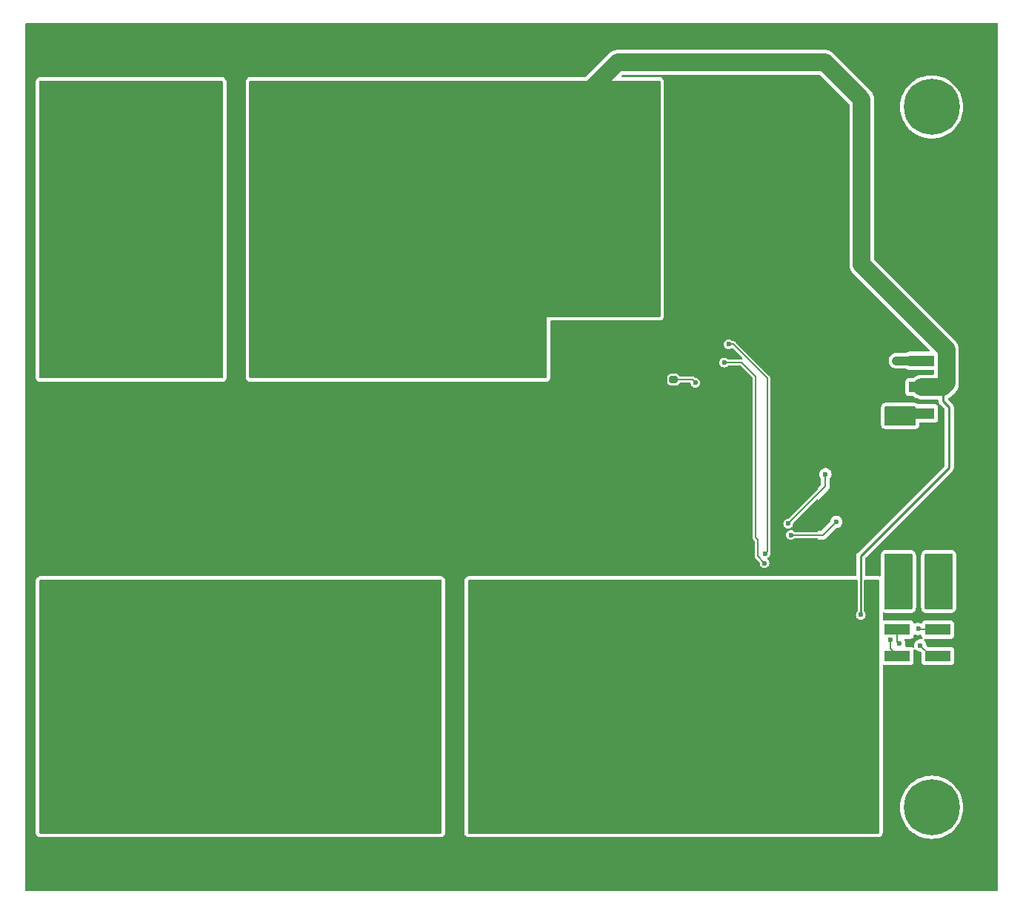
<source format=gbl>
%TF.GenerationSoftware,KiCad,Pcbnew,(6.0.11)*%
%TF.CreationDate,2023-07-04T18:20:15-04:00*%
%TF.ProjectId,Batt_Rev20,42617474-5f52-4657-9632-302e6b696361,rev?*%
%TF.SameCoordinates,Original*%
%TF.FileFunction,Copper,L2,Bot*%
%TF.FilePolarity,Positive*%
%FSLAX46Y46*%
G04 Gerber Fmt 4.6, Leading zero omitted, Abs format (unit mm)*
G04 Created by KiCad (PCBNEW (6.0.11)) date 2023-07-04 18:20:15*
%MOMM*%
%LPD*%
G01*
G04 APERTURE LIST*
G04 Aperture macros list*
%AMRoundRect*
0 Rectangle with rounded corners*
0 $1 Rounding radius*
0 $2 $3 $4 $5 $6 $7 $8 $9 X,Y pos of 4 corners*
0 Add a 4 corners polygon primitive as box body*
4,1,4,$2,$3,$4,$5,$6,$7,$8,$9,$2,$3,0*
0 Add four circle primitives for the rounded corners*
1,1,$1+$1,$2,$3*
1,1,$1+$1,$4,$5*
1,1,$1+$1,$6,$7*
1,1,$1+$1,$8,$9*
0 Add four rect primitives between the rounded corners*
20,1,$1+$1,$2,$3,$4,$5,0*
20,1,$1+$1,$4,$5,$6,$7,0*
20,1,$1+$1,$6,$7,$8,$9,0*
20,1,$1+$1,$8,$9,$2,$3,0*%
G04 Aperture macros list end*
%TA.AperFunction,SMDPad,CuDef*%
%ADD10R,2.920000X1.270000*%
%TD*%
%TA.AperFunction,SMDPad,CuDef*%
%ADD11R,1.650000X3.430000*%
%TD*%
%TA.AperFunction,ComponentPad*%
%ADD12C,2.710000*%
%TD*%
%TA.AperFunction,ComponentPad*%
%ADD13C,0.800000*%
%TD*%
%TA.AperFunction,ComponentPad*%
%ADD14C,6.400000*%
%TD*%
%TA.AperFunction,SMDPad,CuDef*%
%ADD15RoundRect,0.450000X-2.050000X0.450000X-2.050000X-0.450000X2.050000X-0.450000X2.050000X0.450000X0*%
%TD*%
%TA.AperFunction,SMDPad,CuDef*%
%ADD16RoundRect,0.400000X-1.250000X0.600000X-1.250000X-0.600000X1.250000X-0.600000X1.250000X0.600000X0*%
%TD*%
%TA.AperFunction,SMDPad,CuDef*%
%ADD17RoundRect,0.200000X-0.400000X0.200000X-0.400000X-0.200000X0.400000X-0.200000X0.400000X0.200000X0*%
%TD*%
%TA.AperFunction,ComponentPad*%
%ADD18O,2.400000X1.500000*%
%TD*%
%TA.AperFunction,SMDPad,CuDef*%
%ADD19RoundRect,0.360000X-1.440000X2.340000X-1.440000X-2.340000X1.440000X-2.340000X1.440000X2.340000X0*%
%TD*%
%TA.AperFunction,SMDPad,CuDef*%
%ADD20RoundRect,0.540000X-2.160000X2.160000X-2.160000X-2.160000X2.160000X-2.160000X2.160000X2.160000X0*%
%TD*%
%TA.AperFunction,SMDPad,CuDef*%
%ADD21RoundRect,0.400000X1.250000X-0.600000X1.250000X0.600000X-1.250000X0.600000X-1.250000X-0.600000X0*%
%TD*%
%TA.AperFunction,SMDPad,CuDef*%
%ADD22RoundRect,0.450000X2.050000X-0.450000X2.050000X0.450000X-2.050000X0.450000X-2.050000X-0.450000X0*%
%TD*%
%TA.AperFunction,SMDPad,CuDef*%
%ADD23RoundRect,0.540000X2.160000X-2.160000X2.160000X2.160000X-2.160000X2.160000X-2.160000X-2.160000X0*%
%TD*%
%TA.AperFunction,SMDPad,CuDef*%
%ADD24RoundRect,0.200000X0.400000X-0.200000X0.400000X0.200000X-0.400000X0.200000X-0.400000X-0.200000X0*%
%TD*%
%TA.AperFunction,SMDPad,CuDef*%
%ADD25RoundRect,0.360000X1.440000X-2.340000X1.440000X2.340000X-1.440000X2.340000X-1.440000X-2.340000X0*%
%TD*%
%TA.AperFunction,SMDPad,CuDef*%
%ADD26RoundRect,0.200000X0.275000X-0.200000X0.275000X0.200000X-0.275000X0.200000X-0.275000X-0.200000X0*%
%TD*%
%TA.AperFunction,ViaPad*%
%ADD27C,0.800000*%
%TD*%
%TA.AperFunction,ViaPad*%
%ADD28C,0.600000*%
%TD*%
%TA.AperFunction,Conductor*%
%ADD29C,0.200000*%
%TD*%
%TA.AperFunction,Conductor*%
%ADD30C,0.250000*%
%TD*%
%TA.AperFunction,Conductor*%
%ADD31C,1.000000*%
%TD*%
%TA.AperFunction,Conductor*%
%ADD32C,2.000000*%
%TD*%
G04 APERTURE END LIST*
D10*
%TO.P,J1,1,Pin_1*%
%TO.N,PWR_SW_GND*%
X142715000Y-102700000D03*
%TO.P,J1,2,Pin_2*%
%TO.N,Net-(R1-Pad2)*%
X142715000Y-99700000D03*
%TO.P,J1,3,Pin_3*%
%TO.N,PACK+*%
X142715000Y-96700000D03*
%TO.P,J1,4,Pin_4*%
%TO.N,PWR_SW*%
X138085000Y-102700000D03*
%TO.P,J1,5,Pin_5*%
%TO.N,CHG*%
X138085000Y-99700000D03*
%TO.P,J1,6,Pin_6*%
%TO.N,PACK-*%
X138085000Y-96700000D03*
D11*
%TO.P,J1,MP,MountPin*%
%TO.N,BATT-*%
X148185000Y-106585000D03*
X148185000Y-92815000D03*
%TD*%
D10*
%TO.P,J2,1,Pin_1*%
%TO.N,V_{OUT}+*%
X140880000Y-75000000D03*
%TO.P,J2,2,Pin_2*%
%TO.N,2P*%
X140880000Y-72000000D03*
%TO.P,J2,3,Pin_3*%
%TO.N,V_{OUT}-*%
X140880000Y-69000000D03*
D12*
%TO.P,J2,MP,MountPin*%
%TO.N,BATT-*%
X146350000Y-77150000D03*
X146350000Y-66850000D03*
%TD*%
D13*
%TO.P,H2,1*%
%TO.N,N/C*%
X142000000Y-117600000D03*
X142000000Y-122400000D03*
X140302944Y-121697056D03*
X143697056Y-118302944D03*
X144400000Y-120000000D03*
X139600000Y-120000000D03*
X143697056Y-121697056D03*
D14*
X142000000Y-120000000D03*
D13*
X140302944Y-118302944D03*
%TD*%
D14*
%TO.P,H1,1*%
%TO.N,N/C*%
X142000000Y-40000000D03*
D13*
X139600000Y-40000000D03*
X140302944Y-38302944D03*
X142000000Y-42400000D03*
X140302944Y-41697056D03*
X143697056Y-41697056D03*
X144400000Y-40000000D03*
X143697056Y-38302944D03*
X142000000Y-37600000D03*
%TD*%
D15*
%TO.P,BT4,1,-*%
%TO.N,BATT-*%
X125000000Y-62600000D03*
D16*
X125000000Y-42600000D03*
D17*
X126800000Y-61000000D03*
D15*
X125000000Y-59380000D03*
D18*
X125000000Y-41000000D03*
D16*
X125000000Y-39400000D03*
D18*
X125000000Y-61000000D03*
D19*
X125000000Y-41000000D03*
D20*
X125000000Y-61000000D03*
D17*
X123200000Y-61000000D03*
D18*
%TO.P,BT4,2,+*%
%TO.N,1P*%
X125000000Y-99000000D03*
D16*
X125000000Y-120600000D03*
D19*
X125000000Y-119000000D03*
D15*
X125000000Y-100620000D03*
D20*
X125000000Y-99000000D03*
D16*
X125000000Y-117400000D03*
D15*
X125000000Y-97400000D03*
D17*
X126800000Y-99020000D03*
X123200000Y-99020000D03*
D18*
X125000000Y-119000000D03*
%TD*%
D15*
%TO.P,BT2,1,-*%
%TO.N,2P*%
X75000000Y-62600000D03*
D20*
X75000000Y-61000000D03*
D17*
X73200000Y-61000000D03*
D16*
X75000000Y-39400000D03*
X75000000Y-42600000D03*
D18*
X75000000Y-41000000D03*
D15*
X75000000Y-59380000D03*
D19*
X75000000Y-41000000D03*
D17*
X76800000Y-61000000D03*
D18*
X75000000Y-61000000D03*
D15*
%TO.P,BT2,2,+*%
%TO.N,3P*%
X75000000Y-100620000D03*
D17*
X76800000Y-99020000D03*
D16*
X75000000Y-117400000D03*
X75000000Y-120600000D03*
D20*
X75000000Y-99000000D03*
D19*
X75000000Y-119000000D03*
D18*
X75000000Y-99000000D03*
X75000000Y-119000000D03*
D15*
X75000000Y-97400000D03*
D17*
X73200000Y-99020000D03*
%TD*%
D18*
%TO.P,BT3,1,-*%
%TO.N,1P*%
X100000000Y-119000000D03*
D21*
X100000000Y-120600000D03*
D22*
X100000000Y-100620000D03*
D23*
X100000000Y-99000000D03*
D24*
X98200000Y-99000000D03*
X101800000Y-99000000D03*
D18*
X100000000Y-99000000D03*
D25*
X100000000Y-119000000D03*
D22*
X100000000Y-97400000D03*
D21*
X100000000Y-117400000D03*
D22*
%TO.P,BT3,2,+*%
%TO.N,2P*%
X100000000Y-59380000D03*
X100000000Y-62600000D03*
D24*
X101800000Y-60980000D03*
D21*
X100000000Y-39400000D03*
D18*
X100000000Y-41000000D03*
X100000000Y-61000000D03*
D24*
X98200000Y-60980000D03*
D25*
X100000000Y-41000000D03*
D21*
X100000000Y-42600000D03*
D23*
X100000000Y-61000000D03*
%TD*%
%TO.P,BT1,1,-*%
%TO.N,3P*%
X50000000Y-99000000D03*
D22*
X50000000Y-100620000D03*
D21*
X50000000Y-120600000D03*
D24*
X48200000Y-99000000D03*
D22*
X50000000Y-97400000D03*
D18*
X50000000Y-99000000D03*
D21*
X50000000Y-117400000D03*
D25*
X50000000Y-119000000D03*
D24*
X51800000Y-99000000D03*
D18*
X50000000Y-119000000D03*
D21*
%TO.P,BT1,2,+*%
%TO.N,PACK+*%
X50000000Y-39400000D03*
D22*
X50000000Y-59380000D03*
D21*
X50000000Y-42600000D03*
D18*
X50000000Y-61000000D03*
D24*
X51800000Y-60980000D03*
D25*
X50000000Y-41000000D03*
D23*
X50000000Y-61000000D03*
D24*
X48200000Y-60980000D03*
D18*
X50000000Y-41000000D03*
D22*
X50000000Y-62600000D03*
%TD*%
D26*
%TO.P,TH1,1*%
%TO.N,Net-(R13-Pad1)*%
X112500000Y-71150000D03*
%TO.P,TH1,2*%
%TO.N,BATT-*%
X112500000Y-69500000D03*
%TD*%
D27*
%TO.N,BATT-*%
X136000000Y-72000000D03*
X136000000Y-69000000D03*
X138000000Y-66000000D03*
X136000000Y-66000000D03*
X148000000Y-88000000D03*
X146000000Y-88000000D03*
X148000000Y-90000000D03*
X146000000Y-90000000D03*
X146000000Y-92000000D03*
X146000000Y-94000000D03*
X148000000Y-96000000D03*
X146000000Y-96000000D03*
X148000000Y-98000000D03*
X146000000Y-98000000D03*
X148000000Y-100000000D03*
X146000000Y-100000000D03*
X148000000Y-112000000D03*
X146000000Y-112000000D03*
X148000000Y-110000000D03*
X146000000Y-110000000D03*
X146000000Y-108000000D03*
X146000000Y-102000000D03*
X148000000Y-102000000D03*
X148000000Y-104000000D03*
X146000000Y-104000000D03*
X146000000Y-106000000D03*
D28*
X139500000Y-101000000D03*
%TO.N,PWR_SW_GND*%
X140700000Y-101500000D03*
D27*
%TO.N,PACK+*%
X143500000Y-95500000D03*
X142000000Y-95500000D03*
X143500000Y-94000000D03*
X142000000Y-94000000D03*
%TO.N,PACK-*%
X137500000Y-95500000D03*
X139000000Y-95500000D03*
X139000000Y-94000000D03*
X137500000Y-94000000D03*
D28*
%TO.N,Net-(R1-Pad2)*%
X140460000Y-99620000D03*
%TO.N,PWR_SW*%
X137300000Y-100900000D03*
%TO.N,CHG*%
X138300000Y-101300000D03*
D27*
%TO.N,V_{OUT}+*%
X137700000Y-75700000D03*
X138400000Y-75000000D03*
%TO.N,V_{OUT}-*%
X139000000Y-69000000D03*
X138000000Y-69000000D03*
%TO.N,BATT-*%
X99000000Y-81000000D03*
X101000000Y-82000000D03*
X115337500Y-68125000D03*
X99000000Y-79000000D03*
D28*
X105737500Y-66925000D03*
D27*
X101000000Y-83000000D03*
X107537500Y-72225000D03*
X99000000Y-83000000D03*
X100000000Y-82000000D03*
X100000000Y-81000000D03*
X100000000Y-80000000D03*
D28*
X105733411Y-65429089D03*
X119387500Y-73725000D03*
D27*
X99000000Y-82000000D03*
D28*
X120237500Y-72825000D03*
D27*
X100000000Y-79000000D03*
D28*
X105637500Y-75925000D03*
D27*
X100000000Y-83000000D03*
X99000000Y-80000000D03*
D28*
X103088000Y-74425000D03*
D27*
X112237500Y-72725000D03*
D28*
%TO.N,VDD*%
X118800000Y-67100000D03*
X123000000Y-91000000D03*
%TO.N,2P*%
X133900000Y-98000000D03*
%TO.N,/PRES*%
X122900000Y-92100000D03*
X118300000Y-69200000D03*
%TO.N,Net-(Q6-Pad3)*%
X129850000Y-81950000D03*
X125600000Y-87600000D03*
%TO.N,NMOS_G*%
X125900000Y-88900000D03*
X131100000Y-87400000D03*
%TO.N,Net-(R13-Pad1)*%
X115000000Y-71500000D03*
%TD*%
D29*
%TO.N,PWR_SW_GND*%
X141900000Y-102700000D02*
X140700000Y-101500000D01*
X142715000Y-102700000D02*
X141900000Y-102700000D01*
%TO.N,VDD*%
X119300000Y-67100000D02*
X118800000Y-67100000D01*
X123200000Y-71000000D02*
X119300000Y-67100000D01*
X123200000Y-90800000D02*
X123200000Y-71000000D01*
X123000000Y-91000000D02*
X123200000Y-90800000D01*
%TO.N,/PRES*%
X120300000Y-69200000D02*
X118300000Y-69200000D01*
X121900000Y-89200000D02*
X121900000Y-70800000D01*
X122100000Y-89400000D02*
X121900000Y-89200000D01*
X122900000Y-92100000D02*
X122100000Y-91300000D01*
X122100000Y-91300000D02*
X122100000Y-89400000D01*
X121900000Y-70800000D02*
X120300000Y-69200000D01*
%TO.N,Net-(R1-Pad2)*%
X140540000Y-99700000D02*
X142715000Y-99700000D01*
X140460000Y-99620000D02*
X140540000Y-99700000D01*
%TO.N,PWR_SW*%
X137300000Y-101915000D02*
X138085000Y-102700000D01*
X137300000Y-100900000D02*
X137300000Y-101915000D01*
%TO.N,CHG*%
X138085000Y-101085000D02*
X138085000Y-99700000D01*
X138300000Y-101300000D02*
X138085000Y-101085000D01*
D30*
%TO.N,2P*%
X143300000Y-73600000D02*
X143300000Y-72000000D01*
X144000000Y-74300000D02*
X143300000Y-73600000D01*
X144000000Y-81200000D02*
X144000000Y-74300000D01*
X133900000Y-98000000D02*
X133900000Y-91300000D01*
X133900000Y-91300000D02*
X144000000Y-81200000D01*
D31*
%TO.N,V_{OUT}-*%
X140880000Y-69000000D02*
X138000000Y-69000000D01*
%TO.N,V_{OUT}+*%
X140880000Y-75000000D02*
X138400000Y-75000000D01*
D32*
%TO.N,2P*%
X143300000Y-72000000D02*
X140880000Y-72000000D01*
X143700000Y-71600000D02*
X143300000Y-72000000D01*
X134000000Y-58000000D02*
X143700000Y-67700000D01*
X134000000Y-39100000D02*
X134000000Y-58000000D01*
X143700000Y-67700000D02*
X143700000Y-71600000D01*
X129800000Y-34900000D02*
X134000000Y-39100000D01*
X106100000Y-34900000D02*
X129800000Y-34900000D01*
X100000000Y-41000000D02*
X106100000Y-34900000D01*
D29*
%TO.N,Net-(Q6-Pad3)*%
X129850000Y-83350000D02*
X129850000Y-81950000D01*
X125600000Y-87600000D02*
X129850000Y-83350000D01*
%TO.N,NMOS_G*%
X125900000Y-88900000D02*
X129600000Y-88900000D01*
X129600000Y-88900000D02*
X131100000Y-87400000D01*
%TO.N,Net-(R13-Pad1)*%
X112500000Y-71150000D02*
X114650000Y-71150000D01*
X114650000Y-71150000D02*
X115000000Y-71500000D01*
%TD*%
%TA.AperFunction,Conductor*%
%TO.N,BATT-*%
G36*
X149541621Y-30420502D02*
G01*
X149588114Y-30474158D01*
X149599500Y-30526500D01*
X149599500Y-129473500D01*
X149579498Y-129541621D01*
X149525842Y-129588114D01*
X149473500Y-129599500D01*
X38526500Y-129599500D01*
X38458379Y-129579498D01*
X38411886Y-129525842D01*
X38400500Y-129473500D01*
X38400500Y-122874000D01*
X39594500Y-122874000D01*
X39594860Y-122877347D01*
X39594860Y-122877351D01*
X39599302Y-122918665D01*
X39603766Y-122960193D01*
X39615152Y-123012535D01*
X39616030Y-123015303D01*
X39616032Y-123015312D01*
X39630467Y-123060840D01*
X39637870Y-123084190D01*
X39704929Y-123191887D01*
X39751422Y-123245543D01*
X39790638Y-123280516D01*
X39805459Y-123293734D01*
X39828998Y-123314727D01*
X39837143Y-123318588D01*
X39939160Y-123366951D01*
X39939164Y-123366953D01*
X39943637Y-123369073D01*
X39948385Y-123370467D01*
X39948390Y-123370469D01*
X40007435Y-123387806D01*
X40007439Y-123387807D01*
X40011758Y-123389075D01*
X40016206Y-123389715D01*
X40016213Y-123389716D01*
X40121552Y-123404861D01*
X40121559Y-123404861D01*
X40126000Y-123405500D01*
X85874000Y-123405500D01*
X85877347Y-123405140D01*
X85877351Y-123405140D01*
X85956829Y-123396596D01*
X85956836Y-123396595D01*
X85960193Y-123396234D01*
X86012535Y-123384848D01*
X86015303Y-123383970D01*
X86015312Y-123383968D01*
X86076678Y-123364512D01*
X86076680Y-123364511D01*
X86084190Y-123362130D01*
X86191887Y-123295071D01*
X86245543Y-123248578D01*
X86296102Y-123191887D01*
X86308728Y-123177729D01*
X86308729Y-123177728D01*
X86314727Y-123171002D01*
X86352710Y-123090880D01*
X86366951Y-123060840D01*
X86366953Y-123060836D01*
X86369073Y-123056363D01*
X86382777Y-123009693D01*
X86387806Y-122992565D01*
X86387807Y-122992561D01*
X86389075Y-122988242D01*
X86389716Y-122983787D01*
X86404861Y-122878448D01*
X86404861Y-122878441D01*
X86405500Y-122874000D01*
X86405500Y-94126000D01*
X86396234Y-94039807D01*
X86384848Y-93987465D01*
X86372460Y-93948390D01*
X86364512Y-93923322D01*
X86364511Y-93923320D01*
X86362130Y-93915810D01*
X86295071Y-93808113D01*
X86248578Y-93754457D01*
X86171002Y-93685273D01*
X86071009Y-93637870D01*
X86060840Y-93633049D01*
X86060836Y-93633047D01*
X86056363Y-93630927D01*
X86051615Y-93629533D01*
X86051610Y-93629531D01*
X85992565Y-93612194D01*
X85992561Y-93612193D01*
X85988242Y-93610925D01*
X85983794Y-93610285D01*
X85983787Y-93610284D01*
X85878448Y-93595139D01*
X85878441Y-93595139D01*
X85874000Y-93594500D01*
X40126000Y-93594500D01*
X40122653Y-93594860D01*
X40122649Y-93594860D01*
X40043171Y-93603404D01*
X40043164Y-93603405D01*
X40039807Y-93603766D01*
X39987465Y-93615152D01*
X39984697Y-93616030D01*
X39984688Y-93616032D01*
X39923322Y-93635488D01*
X39923320Y-93635489D01*
X39915810Y-93637870D01*
X39808113Y-93704929D01*
X39754457Y-93751422D01*
X39685273Y-93828998D01*
X39681412Y-93837143D01*
X39640558Y-93923322D01*
X39630927Y-93943637D01*
X39629533Y-93948385D01*
X39629531Y-93948390D01*
X39612194Y-94007435D01*
X39610925Y-94011758D01*
X39610285Y-94016206D01*
X39610284Y-94016213D01*
X39595139Y-94121552D01*
X39595139Y-94121559D01*
X39594500Y-94126000D01*
X39594500Y-122874000D01*
X38400500Y-122874000D01*
X38400500Y-70874000D01*
X39594500Y-70874000D01*
X39594860Y-70877347D01*
X39594860Y-70877351D01*
X39602557Y-70948943D01*
X39603766Y-70960193D01*
X39615152Y-71012535D01*
X39616030Y-71015303D01*
X39616032Y-71015312D01*
X39629647Y-71058255D01*
X39637870Y-71084190D01*
X39704929Y-71191887D01*
X39751422Y-71245543D01*
X39828998Y-71314727D01*
X39837143Y-71318588D01*
X39939160Y-71366951D01*
X39939164Y-71366953D01*
X39943637Y-71369073D01*
X39948385Y-71370467D01*
X39948390Y-71370469D01*
X40007435Y-71387806D01*
X40007439Y-71387807D01*
X40011758Y-71389075D01*
X40016206Y-71389715D01*
X40016213Y-71389716D01*
X40121552Y-71404861D01*
X40121559Y-71404861D01*
X40126000Y-71405500D01*
X60874000Y-71405500D01*
X60877347Y-71405140D01*
X60877351Y-71405140D01*
X60956829Y-71396596D01*
X60956836Y-71396595D01*
X60960193Y-71396234D01*
X61012535Y-71384848D01*
X61015303Y-71383970D01*
X61015312Y-71383968D01*
X61076678Y-71364512D01*
X61076680Y-71364511D01*
X61084190Y-71362130D01*
X61191887Y-71295071D01*
X61245543Y-71248578D01*
X61277716Y-71212503D01*
X61308728Y-71177729D01*
X61308729Y-71177728D01*
X61314727Y-71171002D01*
X61354177Y-71087785D01*
X61366951Y-71060840D01*
X61366953Y-71060836D01*
X61369073Y-71056363D01*
X61373716Y-71040553D01*
X61387806Y-70992565D01*
X61387807Y-70992561D01*
X61389075Y-70988242D01*
X61391639Y-70970409D01*
X61404861Y-70878448D01*
X61404861Y-70878441D01*
X61405500Y-70874000D01*
X63594500Y-70874000D01*
X63594860Y-70877347D01*
X63594860Y-70877351D01*
X63602557Y-70948943D01*
X63603766Y-70960193D01*
X63615152Y-71012535D01*
X63616030Y-71015303D01*
X63616032Y-71015312D01*
X63629647Y-71058255D01*
X63637870Y-71084190D01*
X63704929Y-71191887D01*
X63751422Y-71245543D01*
X63828998Y-71314727D01*
X63837143Y-71318588D01*
X63939160Y-71366951D01*
X63939164Y-71366953D01*
X63943637Y-71369073D01*
X63948385Y-71370467D01*
X63948390Y-71370469D01*
X64007435Y-71387806D01*
X64007439Y-71387807D01*
X64011758Y-71389075D01*
X64016206Y-71389715D01*
X64016213Y-71389716D01*
X64121552Y-71404861D01*
X64121559Y-71404861D01*
X64126000Y-71405500D01*
X97874000Y-71405500D01*
X97877347Y-71405140D01*
X97877351Y-71405140D01*
X97956829Y-71396596D01*
X97956836Y-71396595D01*
X97960193Y-71396234D01*
X98012535Y-71384848D01*
X98015303Y-71383970D01*
X98015312Y-71383968D01*
X98076678Y-71364512D01*
X98076680Y-71364511D01*
X98084190Y-71362130D01*
X98191887Y-71295071D01*
X98245543Y-71248578D01*
X98277716Y-71212503D01*
X98308728Y-71177729D01*
X98308729Y-71177728D01*
X98314727Y-71171002D01*
X98354177Y-71087785D01*
X98366951Y-71060840D01*
X98366953Y-71060836D01*
X98369073Y-71056363D01*
X98373716Y-71040553D01*
X98387806Y-70992565D01*
X98387807Y-70992561D01*
X98389075Y-70988242D01*
X98391639Y-70970409D01*
X98400233Y-70910639D01*
X111624500Y-70910639D01*
X111624501Y-71389360D01*
X111625039Y-71393444D01*
X111625039Y-71393450D01*
X111638525Y-71495892D01*
X111639956Y-71506762D01*
X111700464Y-71652841D01*
X111796718Y-71778282D01*
X111922159Y-71874536D01*
X112068238Y-71935044D01*
X112076426Y-71936122D01*
X112181545Y-71949961D01*
X112185639Y-71950500D01*
X112499961Y-71950500D01*
X112814360Y-71950499D01*
X112818444Y-71949961D01*
X112818450Y-71949961D01*
X112923575Y-71936122D01*
X112923577Y-71936122D01*
X112931762Y-71935044D01*
X113077841Y-71874536D01*
X113203282Y-71778282D01*
X113263507Y-71699796D01*
X113320844Y-71657929D01*
X113363469Y-71650500D01*
X114221045Y-71650500D01*
X114289166Y-71670502D01*
X114335659Y-71724158D01*
X114339370Y-71733196D01*
X114371266Y-71820356D01*
X114375502Y-71826659D01*
X114375502Y-71826660D01*
X114388574Y-71846113D01*
X114465830Y-71961083D01*
X114471442Y-71966190D01*
X114471445Y-71966193D01*
X114585612Y-72070077D01*
X114585616Y-72070080D01*
X114591233Y-72075191D01*
X114597906Y-72078814D01*
X114597910Y-72078817D01*
X114733558Y-72152467D01*
X114733560Y-72152468D01*
X114740235Y-72156092D01*
X114747584Y-72158020D01*
X114896883Y-72197188D01*
X114896885Y-72197188D01*
X114904233Y-72199116D01*
X114990609Y-72200473D01*
X115066161Y-72201660D01*
X115066164Y-72201660D01*
X115073760Y-72201779D01*
X115081165Y-72200083D01*
X115081166Y-72200083D01*
X115141586Y-72186245D01*
X115239029Y-72163928D01*
X115390498Y-72087747D01*
X115519423Y-71977634D01*
X115618361Y-71839947D01*
X115626237Y-71820356D01*
X115678766Y-71689687D01*
X115678767Y-71689685D01*
X115681601Y-71682634D01*
X115705490Y-71514778D01*
X115705645Y-71500000D01*
X115685276Y-71331680D01*
X115625345Y-71173077D01*
X115586996Y-71117279D01*
X115533614Y-71039608D01*
X115533613Y-71039607D01*
X115529312Y-71033349D01*
X115505951Y-71012535D01*
X115408392Y-70925612D01*
X115408388Y-70925610D01*
X115402721Y-70920560D01*
X115383984Y-70910639D01*
X115308421Y-70870631D01*
X115252881Y-70841224D01*
X115145572Y-70814270D01*
X115095811Y-70801770D01*
X115095809Y-70801770D01*
X115088441Y-70799919D01*
X115080842Y-70799879D01*
X115080841Y-70799879D01*
X115065734Y-70799800D01*
X115057906Y-70799759D01*
X114989891Y-70779401D01*
X114979059Y-70771245D01*
X114978494Y-70770680D01*
X114974907Y-70767992D01*
X114974904Y-70767989D01*
X114970316Y-70764550D01*
X114962477Y-70758168D01*
X114934339Y-70733318D01*
X114927612Y-70727377D01*
X114919489Y-70723563D01*
X114916336Y-70721492D01*
X114903324Y-70713673D01*
X114900005Y-70711856D01*
X114892824Y-70706474D01*
X114849261Y-70690143D01*
X114839947Y-70686217D01*
X114805966Y-70670263D01*
X114805963Y-70670262D01*
X114797837Y-70666447D01*
X114788963Y-70665065D01*
X114785350Y-70663961D01*
X114770693Y-70660115D01*
X114766990Y-70659301D01*
X114758580Y-70656148D01*
X114712157Y-70652698D01*
X114702144Y-70651548D01*
X114688991Y-70649500D01*
X114673796Y-70649500D01*
X114664459Y-70649154D01*
X114649036Y-70648008D01*
X114615608Y-70645524D01*
X114606832Y-70647397D01*
X114597875Y-70648008D01*
X114597875Y-70648002D01*
X114583682Y-70649500D01*
X113363469Y-70649500D01*
X113295348Y-70629498D01*
X113263506Y-70600204D01*
X113263139Y-70599725D01*
X113203282Y-70521718D01*
X113077841Y-70425464D01*
X112931762Y-70364956D01*
X112923574Y-70363878D01*
X112818448Y-70350038D01*
X112818447Y-70350038D01*
X112814361Y-70349500D01*
X112500039Y-70349500D01*
X112185640Y-70349501D01*
X112181556Y-70350039D01*
X112181550Y-70350039D01*
X112076425Y-70363878D01*
X112076423Y-70363878D01*
X112068238Y-70364956D01*
X111922159Y-70425464D01*
X111796718Y-70521718D01*
X111700464Y-70647159D01*
X111639956Y-70793238D01*
X111638878Y-70801426D01*
X111625689Y-70901611D01*
X111624500Y-70910639D01*
X98400233Y-70910639D01*
X98404861Y-70878448D01*
X98404861Y-70878441D01*
X98405500Y-70874000D01*
X98405500Y-69192611D01*
X117594394Y-69192611D01*
X117612999Y-69361135D01*
X117671266Y-69520356D01*
X117765830Y-69661083D01*
X117771442Y-69666190D01*
X117771445Y-69666193D01*
X117885612Y-69770077D01*
X117885616Y-69770080D01*
X117891233Y-69775191D01*
X117897906Y-69778814D01*
X117897910Y-69778817D01*
X118033558Y-69852467D01*
X118033560Y-69852468D01*
X118040235Y-69856092D01*
X118047584Y-69858020D01*
X118196883Y-69897188D01*
X118196885Y-69897188D01*
X118204233Y-69899116D01*
X118290609Y-69900473D01*
X118366161Y-69901660D01*
X118366164Y-69901660D01*
X118373760Y-69901779D01*
X118381165Y-69900083D01*
X118381166Y-69900083D01*
X118444079Y-69885674D01*
X118539029Y-69863928D01*
X118690498Y-69787747D01*
X118696270Y-69782818D01*
X118696272Y-69782816D01*
X118757304Y-69730689D01*
X118822094Y-69701658D01*
X118839135Y-69700500D01*
X120040496Y-69700500D01*
X120108617Y-69720502D01*
X120129591Y-69737405D01*
X121362595Y-70970409D01*
X121396621Y-71032721D01*
X121399500Y-71059504D01*
X121399500Y-89129819D01*
X121398172Y-89141704D01*
X121398682Y-89141745D01*
X121397962Y-89150691D01*
X121395981Y-89159447D01*
X121396537Y-89168407D01*
X121399258Y-89212264D01*
X121399500Y-89220067D01*
X121399500Y-89235940D01*
X121400135Y-89240374D01*
X121400948Y-89246050D01*
X121401978Y-89256106D01*
X121403354Y-89278277D01*
X121404859Y-89302538D01*
X121407907Y-89310982D01*
X121408676Y-89314694D01*
X121412343Y-89329399D01*
X121413404Y-89333027D01*
X121414677Y-89341918D01*
X121433939Y-89384282D01*
X121437746Y-89393637D01*
X121450491Y-89428943D01*
X121450493Y-89428947D01*
X121453540Y-89437387D01*
X121458835Y-89444635D01*
X121460611Y-89447975D01*
X121468274Y-89461089D01*
X121470303Y-89464261D01*
X121474016Y-89472428D01*
X121479871Y-89479223D01*
X121479873Y-89479226D01*
X121504387Y-89507675D01*
X121510675Y-89515595D01*
X121518522Y-89526336D01*
X121529265Y-89537079D01*
X121535623Y-89543926D01*
X121567600Y-89581037D01*
X121565068Y-89583219D01*
X121594509Y-89629355D01*
X121599500Y-89664465D01*
X121599500Y-91229819D01*
X121598172Y-91241704D01*
X121598682Y-91241745D01*
X121597962Y-91250691D01*
X121595981Y-91259447D01*
X121596537Y-91268407D01*
X121599258Y-91312264D01*
X121599500Y-91320067D01*
X121599500Y-91335940D01*
X121600135Y-91340374D01*
X121600948Y-91346050D01*
X121601978Y-91356106D01*
X121604859Y-91402538D01*
X121607907Y-91410982D01*
X121608676Y-91414694D01*
X121612343Y-91429399D01*
X121613404Y-91433027D01*
X121614677Y-91441918D01*
X121633939Y-91484282D01*
X121637746Y-91493637D01*
X121650491Y-91528943D01*
X121650493Y-91528947D01*
X121653540Y-91537387D01*
X121658835Y-91544635D01*
X121660611Y-91547975D01*
X121668274Y-91561089D01*
X121670303Y-91564261D01*
X121674016Y-91572428D01*
X121679871Y-91579223D01*
X121679873Y-91579226D01*
X121704387Y-91607675D01*
X121710675Y-91615595D01*
X121718522Y-91626336D01*
X121729265Y-91637079D01*
X121735623Y-91643925D01*
X121767600Y-91681037D01*
X121775134Y-91685920D01*
X121781896Y-91691819D01*
X121781892Y-91691824D01*
X121792984Y-91700798D01*
X122164297Y-92072110D01*
X122198322Y-92134423D01*
X122200440Y-92147372D01*
X122212999Y-92261135D01*
X122271266Y-92420356D01*
X122275502Y-92426659D01*
X122275502Y-92426660D01*
X122288574Y-92446113D01*
X122365830Y-92561083D01*
X122371442Y-92566190D01*
X122371445Y-92566193D01*
X122485612Y-92670077D01*
X122485616Y-92670080D01*
X122491233Y-92675191D01*
X122497906Y-92678814D01*
X122497910Y-92678817D01*
X122633558Y-92752467D01*
X122633560Y-92752468D01*
X122640235Y-92756092D01*
X122647584Y-92758020D01*
X122796883Y-92797188D01*
X122796885Y-92797188D01*
X122804233Y-92799116D01*
X122890609Y-92800473D01*
X122966161Y-92801660D01*
X122966164Y-92801660D01*
X122973760Y-92801779D01*
X122981165Y-92800083D01*
X122981166Y-92800083D01*
X123041586Y-92786245D01*
X123139029Y-92763928D01*
X123290498Y-92687747D01*
X123419423Y-92577634D01*
X123518361Y-92439947D01*
X123526237Y-92420356D01*
X123578766Y-92289687D01*
X123578767Y-92289685D01*
X123581601Y-92282634D01*
X123605490Y-92114778D01*
X123605645Y-92100000D01*
X123585276Y-91931680D01*
X123525345Y-91773077D01*
X123459466Y-91677223D01*
X123437366Y-91609754D01*
X123455251Y-91541047D01*
X123481475Y-91510045D01*
X123513651Y-91482564D01*
X123513652Y-91482563D01*
X123519423Y-91477634D01*
X123618361Y-91339947D01*
X123629490Y-91312264D01*
X123678766Y-91189687D01*
X123678767Y-91189685D01*
X123681601Y-91182634D01*
X123705490Y-91014778D01*
X123705645Y-91000000D01*
X123695608Y-90917057D01*
X123695041Y-90892582D01*
X123696174Y-90877343D01*
X123697301Y-90862171D01*
X123698451Y-90852151D01*
X123700500Y-90838991D01*
X123700500Y-90823796D01*
X123700846Y-90814459D01*
X123703811Y-90774556D01*
X123704476Y-90765608D01*
X123702603Y-90756832D01*
X123701992Y-90747875D01*
X123701998Y-90747875D01*
X123700500Y-90733682D01*
X123700500Y-87592611D01*
X124894394Y-87592611D01*
X124912999Y-87761135D01*
X124971266Y-87920356D01*
X124975502Y-87926659D01*
X124975502Y-87926660D01*
X124988578Y-87946119D01*
X125065830Y-88061083D01*
X125071442Y-88066190D01*
X125071445Y-88066193D01*
X125185612Y-88170077D01*
X125185616Y-88170080D01*
X125191233Y-88175191D01*
X125328917Y-88249947D01*
X125379237Y-88300028D01*
X125394494Y-88369366D01*
X125371881Y-88433127D01*
X125282484Y-88560326D01*
X125282480Y-88560333D01*
X125278113Y-88566547D01*
X125216524Y-88724513D01*
X125194394Y-88892611D01*
X125212999Y-89061135D01*
X125215609Y-89068266D01*
X125268305Y-89212264D01*
X125271266Y-89220356D01*
X125365830Y-89361083D01*
X125371442Y-89366190D01*
X125371445Y-89366193D01*
X125485612Y-89470077D01*
X125485616Y-89470080D01*
X125491233Y-89475191D01*
X125497906Y-89478814D01*
X125497910Y-89478817D01*
X125633558Y-89552467D01*
X125633560Y-89552468D01*
X125640235Y-89556092D01*
X125647584Y-89558020D01*
X125796883Y-89597188D01*
X125796885Y-89597188D01*
X125804233Y-89599116D01*
X125890609Y-89600473D01*
X125966161Y-89601660D01*
X125966164Y-89601660D01*
X125973760Y-89601779D01*
X125981165Y-89600083D01*
X125981166Y-89600083D01*
X126041586Y-89586245D01*
X126139029Y-89563928D01*
X126290498Y-89487747D01*
X126296270Y-89482818D01*
X126296272Y-89482816D01*
X126357304Y-89430689D01*
X126422094Y-89401658D01*
X126439135Y-89400500D01*
X129529819Y-89400500D01*
X129541704Y-89401828D01*
X129541745Y-89401318D01*
X129550691Y-89402038D01*
X129559447Y-89404019D01*
X129612263Y-89400742D01*
X129620067Y-89400500D01*
X129635940Y-89400500D01*
X129646052Y-89399052D01*
X129656106Y-89398022D01*
X129684097Y-89396285D01*
X129702538Y-89395141D01*
X129710982Y-89392093D01*
X129714694Y-89391324D01*
X129729399Y-89387657D01*
X129733027Y-89386596D01*
X129741918Y-89385323D01*
X129784282Y-89366061D01*
X129793637Y-89362254D01*
X129828943Y-89349509D01*
X129828947Y-89349507D01*
X129837387Y-89346460D01*
X129844635Y-89341165D01*
X129847975Y-89339389D01*
X129861089Y-89331726D01*
X129864261Y-89329697D01*
X129872428Y-89325984D01*
X129879223Y-89320129D01*
X129879226Y-89320127D01*
X129907675Y-89295613D01*
X129915596Y-89289324D01*
X129922402Y-89284352D01*
X129926336Y-89281478D01*
X129937079Y-89270735D01*
X129943926Y-89264377D01*
X129953525Y-89256106D01*
X129981037Y-89232400D01*
X129985920Y-89224866D01*
X129991819Y-89218104D01*
X129991824Y-89218108D01*
X130000800Y-89207014D01*
X131069355Y-88138459D01*
X131131667Y-88104433D01*
X131160420Y-88101570D01*
X131173760Y-88101779D01*
X131181165Y-88100083D01*
X131181166Y-88100083D01*
X131279184Y-88077634D01*
X131339029Y-88063928D01*
X131490498Y-87987747D01*
X131619423Y-87877634D01*
X131718361Y-87739947D01*
X131721194Y-87732900D01*
X131778766Y-87589687D01*
X131778767Y-87589685D01*
X131781601Y-87582634D01*
X131788877Y-87531511D01*
X131804909Y-87418862D01*
X131804909Y-87418859D01*
X131805490Y-87414778D01*
X131805645Y-87400000D01*
X131785276Y-87231680D01*
X131725345Y-87073077D01*
X131683981Y-87012892D01*
X131633614Y-86939608D01*
X131633613Y-86939607D01*
X131629312Y-86933349D01*
X131591229Y-86899418D01*
X131508392Y-86825612D01*
X131508388Y-86825610D01*
X131502721Y-86820560D01*
X131352881Y-86741224D01*
X131188441Y-86699919D01*
X131180843Y-86699879D01*
X131180841Y-86699879D01*
X131103668Y-86699475D01*
X131018895Y-86699031D01*
X131011508Y-86700805D01*
X131011504Y-86700805D01*
X130868162Y-86735220D01*
X130854032Y-86738612D01*
X130847288Y-86742093D01*
X130847285Y-86742094D01*
X130842089Y-86744776D01*
X130703369Y-86816375D01*
X130575604Y-86927831D01*
X130478113Y-87066547D01*
X130416524Y-87224513D01*
X130415532Y-87232046D01*
X130415532Y-87232047D01*
X130399191Y-87356173D01*
X130370469Y-87421100D01*
X130363364Y-87428822D01*
X129429591Y-88362595D01*
X129367279Y-88396621D01*
X129340496Y-88399500D01*
X126439309Y-88399500D01*
X126371188Y-88379498D01*
X126355499Y-88367583D01*
X126302721Y-88320560D01*
X126296011Y-88317007D01*
X126296005Y-88317003D01*
X126171139Y-88250890D01*
X126120296Y-88201338D01*
X126104314Y-88132163D01*
X126127776Y-88066010D01*
X126213927Y-87946119D01*
X126213930Y-87946113D01*
X126218361Y-87939947D01*
X126226237Y-87920356D01*
X126278766Y-87789687D01*
X126278767Y-87789685D01*
X126281601Y-87782634D01*
X126301634Y-87641874D01*
X126331035Y-87577251D01*
X126337282Y-87570532D01*
X130154280Y-83753534D01*
X130163624Y-83746068D01*
X130163292Y-83745678D01*
X130170128Y-83739860D01*
X130177720Y-83735070D01*
X130212756Y-83695399D01*
X130218102Y-83689712D01*
X130229321Y-83678493D01*
X130235450Y-83670316D01*
X130241832Y-83662477D01*
X130266684Y-83634337D01*
X130266685Y-83634336D01*
X130272623Y-83627612D01*
X130276434Y-83619494D01*
X130278506Y-83616341D01*
X130286329Y-83603320D01*
X130288141Y-83600011D01*
X130293527Y-83592824D01*
X130309857Y-83549263D01*
X130313784Y-83539943D01*
X130329737Y-83505964D01*
X130333553Y-83497837D01*
X130334934Y-83488965D01*
X130336042Y-83485342D01*
X130339888Y-83470683D01*
X130340701Y-83466986D01*
X130343852Y-83458580D01*
X130347302Y-83412157D01*
X130348453Y-83402139D01*
X130350500Y-83388991D01*
X130350500Y-83373796D01*
X130350846Y-83364459D01*
X130353811Y-83324556D01*
X130354476Y-83315608D01*
X130352603Y-83306832D01*
X130351992Y-83297875D01*
X130351998Y-83297875D01*
X130350500Y-83283682D01*
X130350500Y-82494544D01*
X130374177Y-82421018D01*
X130463930Y-82296113D01*
X130468361Y-82289947D01*
X130476237Y-82270356D01*
X130528766Y-82139687D01*
X130528767Y-82139685D01*
X130531601Y-82132634D01*
X130555490Y-81964778D01*
X130555645Y-81950000D01*
X130553840Y-81935080D01*
X130536188Y-81789220D01*
X130535276Y-81781680D01*
X130475345Y-81623077D01*
X130392849Y-81503045D01*
X130383614Y-81489608D01*
X130383613Y-81489607D01*
X130379312Y-81483349D01*
X130361232Y-81467240D01*
X130258392Y-81375612D01*
X130258388Y-81375610D01*
X130252721Y-81370560D01*
X130102881Y-81291224D01*
X129938441Y-81249919D01*
X129930843Y-81249879D01*
X129930841Y-81249879D01*
X129853668Y-81249475D01*
X129768895Y-81249031D01*
X129761508Y-81250805D01*
X129761504Y-81250805D01*
X129623983Y-81283822D01*
X129604032Y-81288612D01*
X129597288Y-81292093D01*
X129597285Y-81292094D01*
X129460117Y-81362892D01*
X129453369Y-81366375D01*
X129447647Y-81371367D01*
X129447645Y-81371368D01*
X129406225Y-81407501D01*
X129325604Y-81477831D01*
X129228113Y-81616547D01*
X129166524Y-81774513D01*
X129144394Y-81942611D01*
X129162999Y-82111135D01*
X129221266Y-82270356D01*
X129225502Y-82276659D01*
X129225502Y-82276660D01*
X129238574Y-82296113D01*
X129315830Y-82411083D01*
X129319375Y-82414308D01*
X129348251Y-82477858D01*
X129349500Y-82495553D01*
X129349500Y-83090496D01*
X129329498Y-83158617D01*
X129312595Y-83179591D01*
X125629946Y-86862240D01*
X125567634Y-86896266D01*
X125540192Y-86899143D01*
X125518895Y-86899031D01*
X125511508Y-86900805D01*
X125511504Y-86900805D01*
X125398937Y-86927831D01*
X125354032Y-86938612D01*
X125347288Y-86942093D01*
X125347285Y-86942094D01*
X125210117Y-87012892D01*
X125203369Y-87016375D01*
X125075604Y-87127831D01*
X125071237Y-87134045D01*
X124997319Y-87239220D01*
X124978113Y-87266547D01*
X124916524Y-87424513D01*
X124915532Y-87432046D01*
X124915532Y-87432047D01*
X124897301Y-87570532D01*
X124894394Y-87592611D01*
X123700500Y-87592611D01*
X123700500Y-76187590D01*
X136194500Y-76187590D01*
X136196453Y-76227336D01*
X136198874Y-76251917D01*
X136204712Y-76291279D01*
X136212625Y-76331061D01*
X136235701Y-76407131D01*
X136254515Y-76452552D01*
X136291986Y-76522657D01*
X136307493Y-76545865D01*
X136357923Y-76607314D01*
X136392686Y-76642077D01*
X136395076Y-76644038D01*
X136395081Y-76644043D01*
X136451734Y-76690537D01*
X136451740Y-76690541D01*
X136454135Y-76692507D01*
X136477343Y-76708014D01*
X136547448Y-76745485D01*
X136550297Y-76746665D01*
X136550301Y-76746667D01*
X136580639Y-76759233D01*
X136592869Y-76764299D01*
X136636863Y-76777645D01*
X136665974Y-76786476D01*
X136665982Y-76786478D01*
X136668939Y-76787375D01*
X136671968Y-76787977D01*
X136671974Y-76787979D01*
X136700953Y-76793743D01*
X136708721Y-76795288D01*
X136748083Y-76801126D01*
X136763312Y-76802626D01*
X136771128Y-76803396D01*
X136771139Y-76803397D01*
X136772664Y-76803547D01*
X136774188Y-76803622D01*
X136774203Y-76803623D01*
X136810859Y-76805424D01*
X136810868Y-76805424D01*
X136812410Y-76805500D01*
X139987590Y-76805500D01*
X139989132Y-76805424D01*
X139989141Y-76805424D01*
X140025797Y-76803623D01*
X140025812Y-76803622D01*
X140027336Y-76803547D01*
X140028861Y-76803397D01*
X140028872Y-76803396D01*
X140036688Y-76802626D01*
X140051917Y-76801126D01*
X140091279Y-76795288D01*
X140099047Y-76793743D01*
X140128026Y-76787979D01*
X140128032Y-76787977D01*
X140131061Y-76787375D01*
X140134018Y-76786478D01*
X140134026Y-76786476D01*
X140163137Y-76777645D01*
X140207131Y-76764299D01*
X140219361Y-76759233D01*
X140249699Y-76746667D01*
X140249703Y-76746665D01*
X140252552Y-76745485D01*
X140322657Y-76708014D01*
X140345865Y-76692507D01*
X140348260Y-76690541D01*
X140348266Y-76690537D01*
X140404919Y-76644043D01*
X140404924Y-76644038D01*
X140407314Y-76642077D01*
X140442077Y-76607314D01*
X140492507Y-76545865D01*
X140508014Y-76522657D01*
X140545485Y-76452552D01*
X140564299Y-76407131D01*
X140587375Y-76331061D01*
X140595288Y-76291279D01*
X140601126Y-76251917D01*
X140603547Y-76227336D01*
X140605500Y-76187590D01*
X140605500Y-76161500D01*
X140625502Y-76093379D01*
X140679158Y-76046886D01*
X140731500Y-76035500D01*
X142304696Y-76035499D01*
X142371518Y-76035499D01*
X142376412Y-76034724D01*
X142455506Y-76022198D01*
X142455508Y-76022197D01*
X142465304Y-76020646D01*
X142578342Y-75963050D01*
X142668050Y-75873342D01*
X142725646Y-75760304D01*
X142740500Y-75666519D01*
X142740499Y-74333482D01*
X142729808Y-74265974D01*
X142727198Y-74249494D01*
X142727197Y-74249492D01*
X142725646Y-74239696D01*
X142668050Y-74126658D01*
X142578342Y-74036950D01*
X142465304Y-73979354D01*
X142455515Y-73977804D01*
X142455513Y-73977803D01*
X142428151Y-73973470D01*
X142371519Y-73964500D01*
X142183150Y-73964500D01*
X140460413Y-73964501D01*
X140392292Y-73944499D01*
X140380479Y-73935900D01*
X140348266Y-73909463D01*
X140348260Y-73909459D01*
X140345865Y-73907493D01*
X140322657Y-73891986D01*
X140252552Y-73854515D01*
X140249703Y-73853335D01*
X140249699Y-73853333D01*
X140209982Y-73836882D01*
X140209983Y-73836882D01*
X140207131Y-73835701D01*
X140163137Y-73822355D01*
X140134026Y-73813524D01*
X140134018Y-73813522D01*
X140131061Y-73812625D01*
X140128032Y-73812023D01*
X140128026Y-73812021D01*
X140092807Y-73805016D01*
X140092810Y-73805016D01*
X140091279Y-73804712D01*
X140051917Y-73798874D01*
X140036688Y-73797374D01*
X140028872Y-73796604D01*
X140028861Y-73796603D01*
X140027336Y-73796453D01*
X140025812Y-73796378D01*
X140025797Y-73796377D01*
X139989141Y-73794576D01*
X139989132Y-73794576D01*
X139987590Y-73794500D01*
X136812410Y-73794500D01*
X136810868Y-73794576D01*
X136810859Y-73794576D01*
X136774203Y-73796377D01*
X136774188Y-73796378D01*
X136772664Y-73796453D01*
X136771139Y-73796603D01*
X136771128Y-73796604D01*
X136763312Y-73797374D01*
X136748083Y-73798874D01*
X136708721Y-73804712D01*
X136707190Y-73805016D01*
X136707193Y-73805016D01*
X136671974Y-73812021D01*
X136671968Y-73812023D01*
X136668939Y-73812625D01*
X136665982Y-73813522D01*
X136665974Y-73813524D01*
X136636863Y-73822355D01*
X136592869Y-73835701D01*
X136590017Y-73836882D01*
X136590018Y-73836882D01*
X136550301Y-73853333D01*
X136550297Y-73853335D01*
X136547448Y-73854515D01*
X136477343Y-73891986D01*
X136454135Y-73907493D01*
X136451740Y-73909459D01*
X136451734Y-73909463D01*
X136395081Y-73955957D01*
X136395076Y-73955962D01*
X136392686Y-73957923D01*
X136357923Y-73992686D01*
X136355962Y-73995076D01*
X136355957Y-73995081D01*
X136309463Y-74051734D01*
X136307493Y-74054135D01*
X136291986Y-74077343D01*
X136254515Y-74147448D01*
X136235701Y-74192869D01*
X136224177Y-74230858D01*
X136218346Y-74250081D01*
X136212625Y-74268939D01*
X136204712Y-74308721D01*
X136198874Y-74348083D01*
X136196453Y-74372664D01*
X136194500Y-74412410D01*
X136194500Y-76187590D01*
X123700500Y-76187590D01*
X123700500Y-71070181D01*
X123701828Y-71058296D01*
X123701318Y-71058255D01*
X123702038Y-71049309D01*
X123704019Y-71040553D01*
X123700742Y-70987736D01*
X123700500Y-70979933D01*
X123700500Y-70964060D01*
X123699052Y-70953948D01*
X123698022Y-70943894D01*
X123696214Y-70914761D01*
X123695141Y-70897462D01*
X123692093Y-70889018D01*
X123691324Y-70885306D01*
X123687657Y-70870601D01*
X123686596Y-70866973D01*
X123685323Y-70858082D01*
X123666061Y-70815718D01*
X123662254Y-70806363D01*
X123649509Y-70771057D01*
X123649507Y-70771053D01*
X123646460Y-70762613D01*
X123641165Y-70755365D01*
X123639389Y-70752025D01*
X123631726Y-70738911D01*
X123629697Y-70735739D01*
X123625984Y-70727572D01*
X123620129Y-70720777D01*
X123620127Y-70720774D01*
X123595613Y-70692325D01*
X123589324Y-70684404D01*
X123584352Y-70677598D01*
X123581478Y-70673664D01*
X123570735Y-70662921D01*
X123564377Y-70656074D01*
X123556695Y-70647159D01*
X123532400Y-70618963D01*
X123524866Y-70614080D01*
X123518104Y-70608181D01*
X123518108Y-70608176D01*
X123507014Y-70599200D01*
X119703534Y-66795720D01*
X119696068Y-66786376D01*
X119695678Y-66786708D01*
X119689860Y-66779872D01*
X119685070Y-66772280D01*
X119645399Y-66737244D01*
X119639712Y-66731898D01*
X119628494Y-66720680D01*
X119624905Y-66717990D01*
X119620316Y-66714550D01*
X119612477Y-66708168D01*
X119584339Y-66683318D01*
X119577612Y-66677377D01*
X119569489Y-66673563D01*
X119566336Y-66671492D01*
X119553324Y-66663673D01*
X119550005Y-66661856D01*
X119542824Y-66656474D01*
X119499261Y-66640143D01*
X119489947Y-66636217D01*
X119455966Y-66620263D01*
X119455963Y-66620262D01*
X119447837Y-66616447D01*
X119438963Y-66615065D01*
X119435350Y-66613961D01*
X119420693Y-66610115D01*
X119416990Y-66609301D01*
X119408580Y-66606148D01*
X119362157Y-66602698D01*
X119352144Y-66601548D01*
X119338991Y-66599500D01*
X119334125Y-66599500D01*
X119329617Y-66599151D01*
X119263243Y-66573952D01*
X119255521Y-66567603D01*
X119208392Y-66525613D01*
X119202721Y-66520560D01*
X119052881Y-66441224D01*
X118888441Y-66399919D01*
X118880843Y-66399879D01*
X118880841Y-66399879D01*
X118803668Y-66399475D01*
X118718895Y-66399031D01*
X118711508Y-66400805D01*
X118711504Y-66400805D01*
X118568162Y-66435220D01*
X118554032Y-66438612D01*
X118547288Y-66442093D01*
X118547285Y-66442094D01*
X118542089Y-66444776D01*
X118403369Y-66516375D01*
X118275604Y-66627831D01*
X118250414Y-66663673D01*
X118198707Y-66737245D01*
X118178113Y-66766547D01*
X118116524Y-66924513D01*
X118115532Y-66932046D01*
X118115532Y-66932047D01*
X118105527Y-67008047D01*
X118094394Y-67092611D01*
X118112999Y-67261135D01*
X118171266Y-67420356D01*
X118265830Y-67561083D01*
X118271442Y-67566190D01*
X118271445Y-67566193D01*
X118385612Y-67670077D01*
X118385616Y-67670080D01*
X118391233Y-67675191D01*
X118397906Y-67678814D01*
X118397910Y-67678817D01*
X118533558Y-67752467D01*
X118533560Y-67752468D01*
X118540235Y-67756092D01*
X118547584Y-67758020D01*
X118696883Y-67797188D01*
X118696885Y-67797188D01*
X118704233Y-67799116D01*
X118790609Y-67800473D01*
X118866161Y-67801660D01*
X118866164Y-67801660D01*
X118873760Y-67801779D01*
X118881165Y-67800083D01*
X118881166Y-67800083D01*
X118941586Y-67786245D01*
X119039029Y-67763928D01*
X119102135Y-67732189D01*
X119171979Y-67719449D01*
X119237624Y-67746493D01*
X119247836Y-67755649D01*
X119976593Y-68484407D01*
X120010617Y-68546717D01*
X120005552Y-68617533D01*
X119963005Y-68674368D01*
X119896485Y-68699179D01*
X119887496Y-68699500D01*
X118839309Y-68699500D01*
X118771188Y-68679498D01*
X118755499Y-68667583D01*
X118702721Y-68620560D01*
X118552881Y-68541224D01*
X118388441Y-68499919D01*
X118380843Y-68499879D01*
X118380841Y-68499879D01*
X118303668Y-68499475D01*
X118218895Y-68499031D01*
X118211508Y-68500805D01*
X118211504Y-68500805D01*
X118068162Y-68535220D01*
X118054032Y-68538612D01*
X118047288Y-68542093D01*
X118047285Y-68542094D01*
X117910117Y-68612892D01*
X117903369Y-68616375D01*
X117897647Y-68621367D01*
X117897645Y-68621368D01*
X117844676Y-68667576D01*
X117775604Y-68727831D01*
X117678113Y-68866547D01*
X117616524Y-69024513D01*
X117594394Y-69192611D01*
X98405500Y-69192611D01*
X98405500Y-64531500D01*
X98425502Y-64463379D01*
X98479158Y-64416886D01*
X98531500Y-64405500D01*
X110874000Y-64405500D01*
X110877347Y-64405140D01*
X110877351Y-64405140D01*
X110956829Y-64396596D01*
X110956836Y-64396595D01*
X110960193Y-64396234D01*
X111012535Y-64384848D01*
X111015303Y-64383970D01*
X111015312Y-64383968D01*
X111076678Y-64364512D01*
X111076680Y-64364511D01*
X111084190Y-64362130D01*
X111191887Y-64295071D01*
X111245543Y-64248578D01*
X111314727Y-64171002D01*
X111369073Y-64056363D01*
X111389075Y-63988242D01*
X111389716Y-63983787D01*
X111404861Y-63878448D01*
X111404861Y-63878441D01*
X111405500Y-63874000D01*
X111405500Y-37126000D01*
X111405022Y-37121552D01*
X111396596Y-37043171D01*
X111396595Y-37043164D01*
X111396234Y-37039807D01*
X111384848Y-36987465D01*
X111372460Y-36948390D01*
X111364512Y-36923322D01*
X111364511Y-36923320D01*
X111362130Y-36915810D01*
X111295071Y-36808113D01*
X111248578Y-36754457D01*
X111196221Y-36707764D01*
X111177729Y-36691272D01*
X111177728Y-36691271D01*
X111171002Y-36685273D01*
X111071009Y-36637870D01*
X111060840Y-36633049D01*
X111060836Y-36633047D01*
X111056363Y-36630927D01*
X111051615Y-36629533D01*
X111051610Y-36629531D01*
X110992565Y-36612194D01*
X110992561Y-36612193D01*
X110988242Y-36610925D01*
X110983794Y-36610285D01*
X110983787Y-36610284D01*
X110878448Y-36595139D01*
X110878441Y-36595139D01*
X110874000Y-36594500D01*
X106690296Y-36594500D01*
X106622175Y-36574498D01*
X106575682Y-36520842D01*
X106565578Y-36450568D01*
X106595072Y-36385988D01*
X106601201Y-36379405D01*
X106643201Y-36337405D01*
X106705513Y-36303379D01*
X106732296Y-36300500D01*
X129167704Y-36300500D01*
X129235825Y-36320502D01*
X129256799Y-36337405D01*
X132562595Y-39643201D01*
X132596621Y-39705513D01*
X132599500Y-39732296D01*
X132599500Y-57945592D01*
X132599185Y-57954489D01*
X132594573Y-58019625D01*
X132595099Y-58024938D01*
X132605222Y-58127263D01*
X132605381Y-58128990D01*
X132614531Y-58236823D01*
X132615871Y-58241987D01*
X132616631Y-58246433D01*
X132617448Y-58250842D01*
X132617973Y-58256144D01*
X132646624Y-58360517D01*
X132647048Y-58362105D01*
X132674240Y-58466874D01*
X132676431Y-58471737D01*
X132677905Y-58475923D01*
X132679475Y-58480189D01*
X132680888Y-58485338D01*
X132726723Y-58583408D01*
X132727386Y-58584855D01*
X132771857Y-58683576D01*
X132774833Y-58687997D01*
X132777028Y-58691940D01*
X132779265Y-58695829D01*
X132781521Y-58700657D01*
X132784563Y-58705042D01*
X132843154Y-58789500D01*
X132844142Y-58790945D01*
X132904591Y-58880732D01*
X132908268Y-58884586D01*
X132911617Y-58888752D01*
X132911262Y-58889037D01*
X132911688Y-58889561D01*
X132912042Y-58889280D01*
X132914630Y-58892531D01*
X132916995Y-58895940D01*
X132919785Y-58899007D01*
X132919788Y-58899010D01*
X132932761Y-58913268D01*
X132932773Y-58913281D01*
X132933767Y-58914373D01*
X132996009Y-58976615D01*
X132998084Y-58978738D01*
X133068645Y-59052705D01*
X133072930Y-59055893D01*
X133072931Y-59055894D01*
X133074764Y-59057258D01*
X133088646Y-59069252D01*
X141768799Y-67749405D01*
X141802825Y-67811717D01*
X141797760Y-67882532D01*
X141755213Y-67939368D01*
X141688693Y-67964179D01*
X141679704Y-67964500D01*
X139430081Y-67964501D01*
X139388482Y-67964501D01*
X139383589Y-67965276D01*
X139383588Y-67965276D01*
X139304494Y-67977802D01*
X139304492Y-67977803D01*
X139294696Y-67979354D01*
X139181658Y-68036950D01*
X139156013Y-68062595D01*
X139093701Y-68096621D01*
X139066918Y-68099500D01*
X137952808Y-68099500D01*
X137871963Y-68107997D01*
X137818307Y-68113636D01*
X137818305Y-68113636D01*
X137811744Y-68114326D01*
X137631716Y-68172821D01*
X137467784Y-68267467D01*
X137327112Y-68394129D01*
X137323233Y-68399468D01*
X137220242Y-68541224D01*
X137215849Y-68547270D01*
X137138856Y-68720197D01*
X137135913Y-68734045D01*
X137106244Y-68873627D01*
X137099500Y-68905354D01*
X137099500Y-69094646D01*
X137138856Y-69279803D01*
X137215849Y-69452730D01*
X137327112Y-69605871D01*
X137467784Y-69732533D01*
X137473505Y-69735836D01*
X137563418Y-69787747D01*
X137631716Y-69827179D01*
X137811744Y-69885674D01*
X137818305Y-69886364D01*
X137818307Y-69886364D01*
X137871963Y-69892003D01*
X137952808Y-69900500D01*
X139066918Y-69900500D01*
X139135039Y-69920502D01*
X139156013Y-69937405D01*
X139181658Y-69963050D01*
X139294696Y-70020646D01*
X139304485Y-70022196D01*
X139304487Y-70022197D01*
X139331849Y-70026530D01*
X139388481Y-70035500D01*
X139498584Y-70035500D01*
X142173500Y-70035499D01*
X142241621Y-70055501D01*
X142288114Y-70109157D01*
X142299500Y-70161499D01*
X142299500Y-70473500D01*
X142279498Y-70541621D01*
X142225842Y-70588114D01*
X142173500Y-70599500D01*
X140820320Y-70599500D01*
X140737974Y-70606487D01*
X140648488Y-70614080D01*
X140648484Y-70614081D01*
X140643177Y-70614531D01*
X140638022Y-70615869D01*
X140638016Y-70615870D01*
X140496113Y-70652701D01*
X140413126Y-70674240D01*
X140372979Y-70692325D01*
X140201285Y-70769667D01*
X140201282Y-70769668D01*
X140196424Y-70771857D01*
X140192000Y-70774836D01*
X140191999Y-70774836D01*
X140164666Y-70793238D01*
X139999268Y-70904591D01*
X139995410Y-70908272D01*
X139995403Y-70908277D01*
X139972976Y-70929671D01*
X139909879Y-70962219D01*
X139886005Y-70964501D01*
X139388482Y-70964501D01*
X139383589Y-70965276D01*
X139383588Y-70965276D01*
X139304494Y-70977802D01*
X139304492Y-70977803D01*
X139294696Y-70979354D01*
X139181658Y-71036950D01*
X139091950Y-71126658D01*
X139034354Y-71239696D01*
X139032804Y-71249485D01*
X139032803Y-71249487D01*
X139031217Y-71259503D01*
X139019500Y-71333481D01*
X139019501Y-72666518D01*
X139034354Y-72760304D01*
X139091950Y-72873342D01*
X139181658Y-72963050D01*
X139294696Y-73020646D01*
X139304485Y-73022196D01*
X139304487Y-73022197D01*
X139331849Y-73026530D01*
X139388481Y-73035500D01*
X139888986Y-73035500D01*
X139957107Y-73055502D01*
X139968877Y-73064066D01*
X140083880Y-73158362D01*
X140088516Y-73161001D01*
X140088519Y-73161003D01*
X140184146Y-73215437D01*
X140290433Y-73275939D01*
X140513844Y-73357034D01*
X140519092Y-73357983D01*
X140743641Y-73398588D01*
X140743648Y-73398589D01*
X140747725Y-73399326D01*
X140765991Y-73400187D01*
X140771131Y-73400430D01*
X140771138Y-73400430D01*
X140772619Y-73400500D01*
X142648500Y-73400500D01*
X142716621Y-73420502D01*
X142763114Y-73474158D01*
X142774500Y-73526500D01*
X142774500Y-73585565D01*
X142774389Y-73590841D01*
X142771913Y-73649919D01*
X142781337Y-73690097D01*
X142783500Y-73701770D01*
X142789099Y-73742646D01*
X142792510Y-73750527D01*
X142792510Y-73750529D01*
X142794595Y-73755347D01*
X142801627Y-73776610D01*
X142802828Y-73781729D01*
X142804790Y-73790093D01*
X142824681Y-73826275D01*
X142829888Y-73836905D01*
X142846280Y-73874783D01*
X142851686Y-73881459D01*
X142851687Y-73881461D01*
X142854992Y-73885542D01*
X142867480Y-73904126D01*
X142874153Y-73916263D01*
X142880836Y-73924005D01*
X142904040Y-73947209D01*
X142912865Y-73957009D01*
X142936888Y-73986675D01*
X142943890Y-73991651D01*
X142943891Y-73991652D01*
X142951134Y-73996799D01*
X142967241Y-74010410D01*
X143437596Y-74480766D01*
X143471621Y-74543078D01*
X143474500Y-74569861D01*
X143474500Y-80930141D01*
X143454498Y-80998262D01*
X143437595Y-81019236D01*
X133538636Y-90918195D01*
X133534827Y-90921848D01*
X133491288Y-90961884D01*
X133486760Y-90969187D01*
X133486759Y-90969188D01*
X133469543Y-90996955D01*
X133462820Y-91006737D01*
X133437872Y-91039604D01*
X133434710Y-91047591D01*
X133434708Y-91047594D01*
X133432772Y-91052483D01*
X133422713Y-91072484D01*
X133415418Y-91084250D01*
X133403905Y-91123877D01*
X133400060Y-91135105D01*
X133388033Y-91165484D01*
X133388032Y-91165487D01*
X133384871Y-91173472D01*
X133383974Y-91182009D01*
X133383972Y-91182016D01*
X133383423Y-91187239D01*
X133379112Y-91209215D01*
X133375249Y-91222512D01*
X133374500Y-91232712D01*
X133374500Y-91265539D01*
X133373810Y-91278710D01*
X133369821Y-91316662D01*
X133371253Y-91325128D01*
X133371253Y-91325131D01*
X133372736Y-91333898D01*
X133374500Y-91354910D01*
X133374500Y-93468500D01*
X133354498Y-93536621D01*
X133300842Y-93583114D01*
X133248500Y-93594500D01*
X89126000Y-93594500D01*
X89122653Y-93594860D01*
X89122649Y-93594860D01*
X89043171Y-93603404D01*
X89043164Y-93603405D01*
X89039807Y-93603766D01*
X88987465Y-93615152D01*
X88984697Y-93616030D01*
X88984688Y-93616032D01*
X88923322Y-93635488D01*
X88923320Y-93635489D01*
X88915810Y-93637870D01*
X88808113Y-93704929D01*
X88754457Y-93751422D01*
X88685273Y-93828998D01*
X88681412Y-93837143D01*
X88640558Y-93923322D01*
X88630927Y-93943637D01*
X88629533Y-93948385D01*
X88629531Y-93948390D01*
X88612194Y-94007435D01*
X88610925Y-94011758D01*
X88610285Y-94016206D01*
X88610284Y-94016213D01*
X88595139Y-94121552D01*
X88595139Y-94121559D01*
X88594500Y-94126000D01*
X88594500Y-122874000D01*
X88594860Y-122877347D01*
X88594860Y-122877351D01*
X88599302Y-122918665D01*
X88603766Y-122960193D01*
X88615152Y-123012535D01*
X88616030Y-123015303D01*
X88616032Y-123015312D01*
X88630467Y-123060840D01*
X88637870Y-123084190D01*
X88704929Y-123191887D01*
X88751422Y-123245543D01*
X88790638Y-123280516D01*
X88805459Y-123293734D01*
X88828998Y-123314727D01*
X88837143Y-123318588D01*
X88939160Y-123366951D01*
X88939164Y-123366953D01*
X88943637Y-123369073D01*
X88948385Y-123370467D01*
X88948390Y-123370469D01*
X89007435Y-123387806D01*
X89007439Y-123387807D01*
X89011758Y-123389075D01*
X89016206Y-123389715D01*
X89016213Y-123389716D01*
X89121552Y-123404861D01*
X89121559Y-123404861D01*
X89126000Y-123405500D01*
X135874000Y-123405500D01*
X135877347Y-123405140D01*
X135877351Y-123405140D01*
X135956829Y-123396596D01*
X135956836Y-123396595D01*
X135960193Y-123396234D01*
X136012535Y-123384848D01*
X136015303Y-123383970D01*
X136015312Y-123383968D01*
X136076678Y-123364512D01*
X136076680Y-123364511D01*
X136084190Y-123362130D01*
X136191887Y-123295071D01*
X136245543Y-123248578D01*
X136296102Y-123191887D01*
X136308728Y-123177729D01*
X136308729Y-123177728D01*
X136314727Y-123171002D01*
X136352710Y-123090880D01*
X136366951Y-123060840D01*
X136366953Y-123060836D01*
X136369073Y-123056363D01*
X136382777Y-123009693D01*
X136387806Y-122992565D01*
X136387807Y-122992561D01*
X136389075Y-122988242D01*
X136389716Y-122983787D01*
X136404861Y-122878448D01*
X136404861Y-122878441D01*
X136405500Y-122874000D01*
X136405500Y-120000000D01*
X138394559Y-120000000D01*
X138414310Y-120376871D01*
X138473347Y-120749613D01*
X138571022Y-121114143D01*
X138706266Y-121466465D01*
X138877597Y-121802720D01*
X139083137Y-122119225D01*
X139320635Y-122412511D01*
X139587489Y-122679365D01*
X139880775Y-122916863D01*
X139983829Y-122983787D01*
X140126869Y-123076678D01*
X140197279Y-123122403D01*
X140200213Y-123123898D01*
X140200220Y-123123902D01*
X140340983Y-123195624D01*
X140533535Y-123293734D01*
X140885857Y-123428978D01*
X141250387Y-123526653D01*
X141448353Y-123558008D01*
X141619881Y-123585176D01*
X141619889Y-123585177D01*
X141623129Y-123585690D01*
X142000000Y-123605441D01*
X142376871Y-123585690D01*
X142380111Y-123585177D01*
X142380119Y-123585176D01*
X142551647Y-123558008D01*
X142749613Y-123526653D01*
X143114143Y-123428978D01*
X143466465Y-123293734D01*
X143659017Y-123195624D01*
X143799780Y-123123902D01*
X143799787Y-123123898D01*
X143802721Y-123122403D01*
X143873132Y-123076678D01*
X144016171Y-122983787D01*
X144119225Y-122916863D01*
X144412511Y-122679365D01*
X144679365Y-122412511D01*
X144916863Y-122119225D01*
X145122403Y-121802720D01*
X145293734Y-121466465D01*
X145428978Y-121114143D01*
X145526653Y-120749613D01*
X145585690Y-120376871D01*
X145605441Y-120000000D01*
X145585690Y-119623129D01*
X145526653Y-119250387D01*
X145428978Y-118885857D01*
X145293734Y-118533535D01*
X145122403Y-118197280D01*
X144916863Y-117880775D01*
X144679365Y-117587489D01*
X144412511Y-117320635D01*
X144119225Y-117083137D01*
X143802721Y-116877597D01*
X143799787Y-116876102D01*
X143799780Y-116876098D01*
X143469405Y-116707764D01*
X143466465Y-116706266D01*
X143114143Y-116571022D01*
X142749613Y-116473347D01*
X142551647Y-116441992D01*
X142380119Y-116414824D01*
X142380111Y-116414823D01*
X142376871Y-116414310D01*
X142000000Y-116394559D01*
X141623129Y-116414310D01*
X141619889Y-116414823D01*
X141619881Y-116414824D01*
X141448353Y-116441992D01*
X141250387Y-116473347D01*
X140885857Y-116571022D01*
X140533535Y-116706266D01*
X140530595Y-116707764D01*
X140200221Y-116876098D01*
X140200214Y-116876102D01*
X140197280Y-116877597D01*
X139880775Y-117083137D01*
X139587489Y-117320635D01*
X139320635Y-117587489D01*
X139083137Y-117880775D01*
X138877597Y-118197280D01*
X138706266Y-118533535D01*
X138571022Y-118885857D01*
X138473347Y-119250387D01*
X138414310Y-119623129D01*
X138394559Y-120000000D01*
X136405500Y-120000000D01*
X136405500Y-103853254D01*
X136425502Y-103785133D01*
X136479158Y-103738640D01*
X136551211Y-103728805D01*
X136593481Y-103735500D01*
X138084698Y-103735500D01*
X139576518Y-103735499D01*
X139581412Y-103734724D01*
X139660506Y-103722198D01*
X139660508Y-103722197D01*
X139670304Y-103720646D01*
X139783342Y-103663050D01*
X139873050Y-103573342D01*
X139930646Y-103460304D01*
X139945500Y-103366519D01*
X139945499Y-102043235D01*
X139965501Y-101975114D01*
X140019157Y-101928621D01*
X140089431Y-101918517D01*
X140154011Y-101948010D01*
X140163297Y-101957313D01*
X140165830Y-101961083D01*
X140171448Y-101966195D01*
X140285612Y-102070077D01*
X140285616Y-102070080D01*
X140291233Y-102075191D01*
X140297906Y-102078814D01*
X140297910Y-102078817D01*
X140433558Y-102152467D01*
X140433560Y-102152468D01*
X140440235Y-102156092D01*
X140447584Y-102158020D01*
X140596882Y-102197188D01*
X140596886Y-102197189D01*
X140604233Y-102199116D01*
X140641664Y-102199704D01*
X140709461Y-102220773D01*
X140728779Y-102236593D01*
X140817595Y-102325409D01*
X140851621Y-102387721D01*
X140854500Y-102414504D01*
X140854501Y-103366518D01*
X140869354Y-103460304D01*
X140926950Y-103573342D01*
X141016658Y-103663050D01*
X141129696Y-103720646D01*
X141139485Y-103722196D01*
X141139487Y-103722197D01*
X141166849Y-103726530D01*
X141223481Y-103735500D01*
X142714698Y-103735500D01*
X144206518Y-103735499D01*
X144211412Y-103734724D01*
X144290506Y-103722198D01*
X144290508Y-103722197D01*
X144300304Y-103720646D01*
X144413342Y-103663050D01*
X144503050Y-103573342D01*
X144560646Y-103460304D01*
X144575500Y-103366519D01*
X144575499Y-102033482D01*
X144564033Y-101961083D01*
X144562198Y-101949494D01*
X144562197Y-101949492D01*
X144560646Y-101939696D01*
X144503050Y-101826658D01*
X144413342Y-101736950D01*
X144300304Y-101679354D01*
X144290515Y-101677804D01*
X144290513Y-101677803D01*
X144263151Y-101673470D01*
X144206519Y-101664500D01*
X143978193Y-101664500D01*
X141624505Y-101664501D01*
X141556384Y-101644499D01*
X141535410Y-101627596D01*
X141436111Y-101528297D01*
X141402085Y-101465985D01*
X141400119Y-101454339D01*
X141399056Y-101445553D01*
X141385276Y-101331680D01*
X141325345Y-101173077D01*
X141300515Y-101136949D01*
X141233614Y-101039608D01*
X141233613Y-101039607D01*
X141229312Y-101033349D01*
X141142022Y-100955576D01*
X141104466Y-100895326D01*
X141105447Y-100824336D01*
X141144651Y-100765145D01*
X141209633Y-100736547D01*
X141225841Y-100735500D01*
X142185883Y-100735500D01*
X144206518Y-100735499D01*
X144211412Y-100734724D01*
X144290506Y-100722198D01*
X144290508Y-100722197D01*
X144300304Y-100720646D01*
X144413342Y-100663050D01*
X144503050Y-100573342D01*
X144560646Y-100460304D01*
X144575500Y-100366519D01*
X144575499Y-99033482D01*
X144574724Y-99028588D01*
X144562198Y-98949494D01*
X144562197Y-98949492D01*
X144560646Y-98939696D01*
X144503050Y-98826658D01*
X144413342Y-98736950D01*
X144300304Y-98679354D01*
X144290515Y-98677804D01*
X144290513Y-98677803D01*
X144263151Y-98673470D01*
X144206519Y-98664500D01*
X142715302Y-98664500D01*
X141223482Y-98664501D01*
X141218589Y-98665276D01*
X141218588Y-98665276D01*
X141139494Y-98677802D01*
X141139492Y-98677803D01*
X141129696Y-98679354D01*
X141016658Y-98736950D01*
X140926950Y-98826658D01*
X140922449Y-98835491D01*
X140922448Y-98835493D01*
X140885580Y-98907851D01*
X140836832Y-98959467D01*
X140767917Y-98976533D01*
X140727434Y-98965551D01*
X140726686Y-98967500D01*
X140719591Y-98964777D01*
X140712881Y-98961224D01*
X140548441Y-98919919D01*
X140540843Y-98919879D01*
X140540841Y-98919879D01*
X140463668Y-98919475D01*
X140378895Y-98919031D01*
X140371508Y-98920805D01*
X140371504Y-98920805D01*
X140288139Y-98940820D01*
X140214032Y-98958612D01*
X140207288Y-98962093D01*
X140207285Y-98962094D01*
X140107004Y-99013853D01*
X140037296Y-99027322D01*
X139971373Y-99000967D01*
X139931248Y-98943495D01*
X139930646Y-98939696D01*
X139873050Y-98826658D01*
X139783342Y-98736950D01*
X139670304Y-98679354D01*
X139660515Y-98677804D01*
X139660513Y-98677803D01*
X139633151Y-98673470D01*
X139576519Y-98664500D01*
X138085302Y-98664500D01*
X136593482Y-98664501D01*
X136551209Y-98671196D01*
X136480799Y-98662096D01*
X136426485Y-98616373D01*
X136405500Y-98546747D01*
X136405500Y-97875261D01*
X136425502Y-97807140D01*
X136479158Y-97760647D01*
X136549432Y-97750543D01*
X136579717Y-97758851D01*
X136592869Y-97764299D01*
X136636863Y-97777645D01*
X136665974Y-97786476D01*
X136665982Y-97786478D01*
X136668939Y-97787375D01*
X136671968Y-97787977D01*
X136671974Y-97787979D01*
X136700953Y-97793743D01*
X136708721Y-97795288D01*
X136748083Y-97801126D01*
X136763312Y-97802626D01*
X136771128Y-97803396D01*
X136771139Y-97803397D01*
X136772664Y-97803547D01*
X136774188Y-97803622D01*
X136774203Y-97803623D01*
X136810859Y-97805424D01*
X136810868Y-97805424D01*
X136812410Y-97805500D01*
X139587590Y-97805500D01*
X139589132Y-97805424D01*
X139589141Y-97805424D01*
X139625797Y-97803623D01*
X139625812Y-97803622D01*
X139627336Y-97803547D01*
X139628861Y-97803397D01*
X139628872Y-97803396D01*
X139636688Y-97802626D01*
X139651917Y-97801126D01*
X139691279Y-97795288D01*
X139699047Y-97793743D01*
X139728026Y-97787979D01*
X139728032Y-97787977D01*
X139731061Y-97787375D01*
X139734018Y-97786478D01*
X139734026Y-97786476D01*
X139763137Y-97777645D01*
X139807131Y-97764299D01*
X139840341Y-97750543D01*
X139849699Y-97746667D01*
X139849703Y-97746665D01*
X139852552Y-97745485D01*
X139922657Y-97708014D01*
X139945865Y-97692507D01*
X139948260Y-97690541D01*
X139948266Y-97690537D01*
X140004919Y-97644043D01*
X140004924Y-97644038D01*
X140007314Y-97642077D01*
X140042077Y-97607314D01*
X140044045Y-97604917D01*
X140090537Y-97548266D01*
X140090541Y-97548260D01*
X140092507Y-97545865D01*
X140108014Y-97522657D01*
X140145485Y-97452552D01*
X140164299Y-97407131D01*
X140187375Y-97331061D01*
X140195288Y-97291279D01*
X140201126Y-97251917D01*
X140203547Y-97227336D01*
X140205500Y-97187590D01*
X140794500Y-97187590D01*
X140796453Y-97227336D01*
X140798874Y-97251917D01*
X140804712Y-97291279D01*
X140812625Y-97331061D01*
X140835701Y-97407131D01*
X140854515Y-97452552D01*
X140891986Y-97522657D01*
X140907493Y-97545865D01*
X140909456Y-97548257D01*
X140909462Y-97548265D01*
X140917445Y-97557993D01*
X140921976Y-97563858D01*
X140922449Y-97564509D01*
X140926950Y-97573342D01*
X140939821Y-97586213D01*
X140948115Y-97595363D01*
X140957923Y-97607314D01*
X140992686Y-97642077D01*
X141004637Y-97651885D01*
X141007485Y-97654467D01*
X141009642Y-97656034D01*
X141016658Y-97663050D01*
X141018142Y-97663806D01*
X141019992Y-97666205D01*
X141020835Y-97665178D01*
X141054135Y-97692507D01*
X141077343Y-97708014D01*
X141147448Y-97745485D01*
X141150297Y-97746665D01*
X141150301Y-97746667D01*
X141159659Y-97750543D01*
X141192869Y-97764299D01*
X141236863Y-97777645D01*
X141265974Y-97786476D01*
X141265982Y-97786478D01*
X141268939Y-97787375D01*
X141271968Y-97787977D01*
X141271974Y-97787979D01*
X141300953Y-97793743D01*
X141308721Y-97795288D01*
X141348083Y-97801126D01*
X141363312Y-97802626D01*
X141371128Y-97803396D01*
X141371139Y-97803397D01*
X141372664Y-97803547D01*
X141374188Y-97803622D01*
X141374203Y-97803623D01*
X141410859Y-97805424D01*
X141410868Y-97805424D01*
X141412410Y-97805500D01*
X144187590Y-97805500D01*
X144189132Y-97805424D01*
X144189141Y-97805424D01*
X144225797Y-97803623D01*
X144225812Y-97803622D01*
X144227336Y-97803547D01*
X144228861Y-97803397D01*
X144228872Y-97803396D01*
X144236688Y-97802626D01*
X144251917Y-97801126D01*
X144291279Y-97795288D01*
X144299047Y-97793743D01*
X144328026Y-97787979D01*
X144328032Y-97787977D01*
X144331061Y-97787375D01*
X144334018Y-97786478D01*
X144334026Y-97786476D01*
X144363137Y-97777645D01*
X144407131Y-97764299D01*
X144440341Y-97750543D01*
X144449699Y-97746667D01*
X144449703Y-97746665D01*
X144452552Y-97745485D01*
X144522657Y-97708014D01*
X144545865Y-97692507D01*
X144548260Y-97690541D01*
X144548266Y-97690537D01*
X144604919Y-97644043D01*
X144604924Y-97644038D01*
X144607314Y-97642077D01*
X144642077Y-97607314D01*
X144644045Y-97604917D01*
X144690537Y-97548266D01*
X144690541Y-97548260D01*
X144692507Y-97545865D01*
X144708014Y-97522657D01*
X144745485Y-97452552D01*
X144764299Y-97407131D01*
X144787375Y-97331061D01*
X144795288Y-97291279D01*
X144801126Y-97251917D01*
X144803547Y-97227336D01*
X144805500Y-97187590D01*
X144805500Y-91212410D01*
X144805343Y-91209216D01*
X144803623Y-91174203D01*
X144803622Y-91174188D01*
X144803547Y-91172664D01*
X144801126Y-91148083D01*
X144795288Y-91108721D01*
X144792061Y-91092499D01*
X144787979Y-91071974D01*
X144787977Y-91071968D01*
X144787375Y-91068939D01*
X144785553Y-91062931D01*
X144770945Y-91014778D01*
X144764299Y-90992869D01*
X144745485Y-90947448D01*
X144708014Y-90877343D01*
X144692507Y-90854135D01*
X144690537Y-90851734D01*
X144644043Y-90795081D01*
X144644038Y-90795076D01*
X144642077Y-90792686D01*
X144607314Y-90757923D01*
X144604924Y-90755962D01*
X144604919Y-90755957D01*
X144548266Y-90709463D01*
X144548260Y-90709459D01*
X144545865Y-90707493D01*
X144522657Y-90691986D01*
X144452552Y-90654515D01*
X144449703Y-90653335D01*
X144449699Y-90653333D01*
X144409982Y-90636882D01*
X144409983Y-90636882D01*
X144407131Y-90635701D01*
X144363137Y-90622355D01*
X144334026Y-90613524D01*
X144334018Y-90613522D01*
X144331061Y-90612625D01*
X144328032Y-90612023D01*
X144328026Y-90612021D01*
X144292807Y-90605016D01*
X144292810Y-90605016D01*
X144291279Y-90604712D01*
X144251917Y-90598874D01*
X144236688Y-90597374D01*
X144228872Y-90596604D01*
X144228861Y-90596603D01*
X144227336Y-90596453D01*
X144225812Y-90596378D01*
X144225797Y-90596377D01*
X144189141Y-90594576D01*
X144189132Y-90594576D01*
X144187590Y-90594500D01*
X141412410Y-90594500D01*
X141410868Y-90594576D01*
X141410859Y-90594576D01*
X141374203Y-90596377D01*
X141374188Y-90596378D01*
X141372664Y-90596453D01*
X141371139Y-90596603D01*
X141371128Y-90596604D01*
X141363312Y-90597374D01*
X141348083Y-90598874D01*
X141308721Y-90604712D01*
X141307190Y-90605016D01*
X141307193Y-90605016D01*
X141271974Y-90612021D01*
X141271968Y-90612023D01*
X141268939Y-90612625D01*
X141265982Y-90613522D01*
X141265974Y-90613524D01*
X141236863Y-90622355D01*
X141192869Y-90635701D01*
X141190017Y-90636882D01*
X141190018Y-90636882D01*
X141150301Y-90653333D01*
X141150297Y-90653335D01*
X141147448Y-90654515D01*
X141077343Y-90691986D01*
X141054135Y-90707493D01*
X141051740Y-90709459D01*
X141051734Y-90709463D01*
X140995081Y-90755957D01*
X140995076Y-90755962D01*
X140992686Y-90757923D01*
X140957923Y-90792686D01*
X140955962Y-90795076D01*
X140955957Y-90795081D01*
X140909463Y-90851734D01*
X140907493Y-90854135D01*
X140891986Y-90877343D01*
X140854515Y-90947448D01*
X140835701Y-90992869D01*
X140829055Y-91014778D01*
X140814448Y-91062931D01*
X140812625Y-91068939D01*
X140812023Y-91071968D01*
X140812021Y-91071974D01*
X140807939Y-91092499D01*
X140804712Y-91108721D01*
X140798874Y-91148083D01*
X140796453Y-91172664D01*
X140796378Y-91174188D01*
X140796377Y-91174203D01*
X140794657Y-91209216D01*
X140794500Y-91212410D01*
X140794500Y-97187590D01*
X140205500Y-97187590D01*
X140205500Y-91212410D01*
X140205343Y-91209216D01*
X140203623Y-91174203D01*
X140203622Y-91174188D01*
X140203547Y-91172664D01*
X140201126Y-91148083D01*
X140195288Y-91108721D01*
X140192061Y-91092499D01*
X140187979Y-91071974D01*
X140187977Y-91071968D01*
X140187375Y-91068939D01*
X140185553Y-91062931D01*
X140170945Y-91014778D01*
X140164299Y-90992869D01*
X140145485Y-90947448D01*
X140108014Y-90877343D01*
X140092507Y-90854135D01*
X140090537Y-90851734D01*
X140044043Y-90795081D01*
X140044038Y-90795076D01*
X140042077Y-90792686D01*
X140007314Y-90757923D01*
X140004924Y-90755962D01*
X140004919Y-90755957D01*
X139948266Y-90709463D01*
X139948260Y-90709459D01*
X139945865Y-90707493D01*
X139922657Y-90691986D01*
X139852552Y-90654515D01*
X139849703Y-90653335D01*
X139849699Y-90653333D01*
X139809982Y-90636882D01*
X139809983Y-90636882D01*
X139807131Y-90635701D01*
X139763137Y-90622355D01*
X139734026Y-90613524D01*
X139734018Y-90613522D01*
X139731061Y-90612625D01*
X139728032Y-90612023D01*
X139728026Y-90612021D01*
X139692807Y-90605016D01*
X139692810Y-90605016D01*
X139691279Y-90604712D01*
X139651917Y-90598874D01*
X139636688Y-90597374D01*
X139628872Y-90596604D01*
X139628861Y-90596603D01*
X139627336Y-90596453D01*
X139625812Y-90596378D01*
X139625797Y-90596377D01*
X139589141Y-90594576D01*
X139589132Y-90594576D01*
X139587590Y-90594500D01*
X136812410Y-90594500D01*
X136810868Y-90594576D01*
X136810859Y-90594576D01*
X136774203Y-90596377D01*
X136774188Y-90596378D01*
X136772664Y-90596453D01*
X136771139Y-90596603D01*
X136771128Y-90596604D01*
X136763312Y-90597374D01*
X136748083Y-90598874D01*
X136708721Y-90604712D01*
X136707190Y-90605016D01*
X136707193Y-90605016D01*
X136671974Y-90612021D01*
X136671968Y-90612023D01*
X136668939Y-90612625D01*
X136665982Y-90613522D01*
X136665974Y-90613524D01*
X136636863Y-90622355D01*
X136592869Y-90635701D01*
X136590017Y-90636882D01*
X136590018Y-90636882D01*
X136550301Y-90653333D01*
X136550297Y-90653335D01*
X136547448Y-90654515D01*
X136477343Y-90691986D01*
X136454135Y-90707493D01*
X136451740Y-90709459D01*
X136451734Y-90709463D01*
X136395081Y-90755957D01*
X136395076Y-90755962D01*
X136392686Y-90757923D01*
X136357923Y-90792686D01*
X136355962Y-90795076D01*
X136355957Y-90795081D01*
X136309463Y-90851734D01*
X136307493Y-90854135D01*
X136291986Y-90877343D01*
X136254515Y-90947448D01*
X136235701Y-90992869D01*
X136229055Y-91014778D01*
X136214448Y-91062931D01*
X136212625Y-91068939D01*
X136212023Y-91071968D01*
X136212021Y-91071974D01*
X136207939Y-91092499D01*
X136204712Y-91108721D01*
X136198874Y-91148083D01*
X136196453Y-91172664D01*
X136196378Y-91174188D01*
X136196377Y-91174203D01*
X136194657Y-91209216D01*
X136194500Y-91212410D01*
X136194500Y-93503172D01*
X136174498Y-93571293D01*
X136120842Y-93617786D01*
X136050568Y-93627890D01*
X136033010Y-93624070D01*
X135988242Y-93610925D01*
X135983794Y-93610285D01*
X135983787Y-93610284D01*
X135878448Y-93595139D01*
X135878441Y-93595139D01*
X135874000Y-93594500D01*
X134551500Y-93594500D01*
X134483379Y-93574498D01*
X134436886Y-93520842D01*
X134425500Y-93468500D01*
X134425500Y-91569859D01*
X134445502Y-91501738D01*
X134462405Y-91480764D01*
X144361364Y-81581805D01*
X144365173Y-81578152D01*
X144402385Y-81543934D01*
X144408712Y-81538116D01*
X144430458Y-81503044D01*
X144437181Y-81493262D01*
X144444706Y-81483349D01*
X144462128Y-81460396D01*
X144465292Y-81452406D01*
X144467228Y-81447517D01*
X144477287Y-81427516D01*
X144484582Y-81415750D01*
X144496096Y-81376119D01*
X144499940Y-81364895D01*
X144511967Y-81334516D01*
X144511968Y-81334513D01*
X144515129Y-81326528D01*
X144516026Y-81317991D01*
X144516028Y-81317984D01*
X144516577Y-81312761D01*
X144520888Y-81290784D01*
X144522911Y-81283822D01*
X144522911Y-81283820D01*
X144524751Y-81277488D01*
X144525500Y-81267288D01*
X144525500Y-81234461D01*
X144526190Y-81221290D01*
X144529281Y-81191880D01*
X144530179Y-81183338D01*
X144527264Y-81166102D01*
X144525500Y-81145090D01*
X144525500Y-74314425D01*
X144525611Y-74309148D01*
X144527169Y-74271974D01*
X144528087Y-74250081D01*
X144518665Y-74209908D01*
X144516502Y-74198239D01*
X144512066Y-74165861D01*
X144510901Y-74157354D01*
X144505403Y-74144649D01*
X144498369Y-74123380D01*
X144497171Y-74118271D01*
X144497170Y-74118269D01*
X144495209Y-74109907D01*
X144491071Y-74102381D01*
X144491070Y-74102377D01*
X144475330Y-74073747D01*
X144470114Y-74063102D01*
X144453720Y-74025217D01*
X144445009Y-74014460D01*
X144432515Y-73995867D01*
X144429029Y-73989525D01*
X144429028Y-73989524D01*
X144425847Y-73983737D01*
X144419164Y-73975995D01*
X144395960Y-73952791D01*
X144387134Y-73942990D01*
X144368518Y-73920001D01*
X144363112Y-73913325D01*
X144348856Y-73903194D01*
X144332756Y-73889587D01*
X143897322Y-73454153D01*
X143863296Y-73391841D01*
X143868361Y-73321026D01*
X143910908Y-73264190D01*
X143934665Y-73250177D01*
X143978709Y-73230336D01*
X143978714Y-73230333D01*
X143983576Y-73228143D01*
X143987997Y-73225166D01*
X143991940Y-73222972D01*
X143995829Y-73220735D01*
X144000657Y-73218479D01*
X144089507Y-73156841D01*
X144090952Y-73155853D01*
X144092253Y-73154977D01*
X144180732Y-73095409D01*
X144184586Y-73091732D01*
X144188752Y-73088383D01*
X144189037Y-73088738D01*
X144189561Y-73088312D01*
X144189280Y-73087958D01*
X144192531Y-73085370D01*
X144195940Y-73083005D01*
X144199010Y-73080212D01*
X144213268Y-73067239D01*
X144213281Y-73067227D01*
X144214373Y-73066233D01*
X144276615Y-73003991D01*
X144278738Y-73001916D01*
X144348843Y-72935039D01*
X144352705Y-72931355D01*
X144357258Y-72925236D01*
X144369252Y-72911354D01*
X144651817Y-72628789D01*
X144658332Y-72622718D01*
X144703633Y-72583408D01*
X144703634Y-72583407D01*
X144707664Y-72579910D01*
X144776292Y-72496212D01*
X144777415Y-72494862D01*
X144843690Y-72416297D01*
X144847133Y-72412216D01*
X144849840Y-72407611D01*
X144852466Y-72403902D01*
X144854979Y-72400246D01*
X144858362Y-72396120D01*
X144911900Y-72302067D01*
X144912765Y-72300572D01*
X144964881Y-72211920D01*
X144967583Y-72207324D01*
X144969471Y-72202340D01*
X144971380Y-72198357D01*
X144973295Y-72194211D01*
X144975939Y-72189567D01*
X145012857Y-72087860D01*
X145013469Y-72086210D01*
X145049899Y-71990055D01*
X145051789Y-71985067D01*
X145052811Y-71979834D01*
X145054053Y-71975475D01*
X145055214Y-71971170D01*
X145057034Y-71966156D01*
X145076298Y-71859620D01*
X145076612Y-71857951D01*
X145091190Y-71783305D01*
X145097342Y-71751800D01*
X145097468Y-71746464D01*
X145098044Y-71741162D01*
X145098350Y-71741195D01*
X145098418Y-71740523D01*
X145098119Y-71740489D01*
X145098588Y-71736358D01*
X145099326Y-71732275D01*
X145100500Y-71707381D01*
X145100500Y-71619291D01*
X145100535Y-71616322D01*
X145102816Y-71519531D01*
X145102942Y-71514193D01*
X145101836Y-71506656D01*
X145100500Y-71488361D01*
X145100500Y-67754412D01*
X145100815Y-67745513D01*
X145105050Y-67685703D01*
X145105050Y-67685700D01*
X145105427Y-67680375D01*
X145094775Y-67572702D01*
X145094614Y-67570950D01*
X145085920Y-67468497D01*
X145085469Y-67463177D01*
X145084127Y-67458006D01*
X145083362Y-67453531D01*
X145082553Y-67449166D01*
X145082028Y-67443857D01*
X145077308Y-67426660D01*
X145053399Y-67339564D01*
X145052945Y-67337864D01*
X145027101Y-67238290D01*
X145027098Y-67238283D01*
X145025760Y-67233126D01*
X145023570Y-67228265D01*
X145022091Y-67224066D01*
X145020525Y-67219810D01*
X145019112Y-67214662D01*
X144973316Y-67116675D01*
X144972584Y-67115080D01*
X144965864Y-67100161D01*
X144928143Y-67016424D01*
X144925157Y-67011989D01*
X144922963Y-67008047D01*
X144920743Y-67004186D01*
X144918480Y-66999344D01*
X144856790Y-66910419D01*
X144855809Y-66908984D01*
X144798389Y-66823694D01*
X144798387Y-66823692D01*
X144795409Y-66819268D01*
X144791729Y-66815410D01*
X144788381Y-66811246D01*
X144788704Y-66810986D01*
X144788282Y-66810468D01*
X144787962Y-66810723D01*
X144785369Y-66807466D01*
X144783006Y-66804060D01*
X144780217Y-66800995D01*
X144780213Y-66800990D01*
X144767242Y-66786736D01*
X144766233Y-66785627D01*
X144703991Y-66723385D01*
X144701916Y-66721262D01*
X144635039Y-66651157D01*
X144631355Y-66647295D01*
X144625236Y-66642742D01*
X144611354Y-66630748D01*
X135437405Y-57456799D01*
X135403379Y-57394487D01*
X135400500Y-57367704D01*
X135400500Y-40000000D01*
X138394559Y-40000000D01*
X138414310Y-40376871D01*
X138473347Y-40749613D01*
X138571022Y-41114143D01*
X138706266Y-41466465D01*
X138877597Y-41802720D01*
X139083137Y-42119225D01*
X139320635Y-42412511D01*
X139587489Y-42679365D01*
X139880775Y-42916863D01*
X140197279Y-43122403D01*
X140200213Y-43123898D01*
X140200220Y-43123902D01*
X140530595Y-43292236D01*
X140533535Y-43293734D01*
X140885857Y-43428978D01*
X141250387Y-43526653D01*
X141448353Y-43558008D01*
X141619881Y-43585176D01*
X141619889Y-43585177D01*
X141623129Y-43585690D01*
X142000000Y-43605441D01*
X142376871Y-43585690D01*
X142380111Y-43585177D01*
X142380119Y-43585176D01*
X142551647Y-43558008D01*
X142749613Y-43526653D01*
X143114143Y-43428978D01*
X143466465Y-43293734D01*
X143469405Y-43292236D01*
X143799780Y-43123902D01*
X143799787Y-43123898D01*
X143802721Y-43122403D01*
X144119225Y-42916863D01*
X144412511Y-42679365D01*
X144679365Y-42412511D01*
X144916863Y-42119225D01*
X145122403Y-41802720D01*
X145293734Y-41466465D01*
X145428978Y-41114143D01*
X145526653Y-40749613D01*
X145585690Y-40376871D01*
X145605441Y-40000000D01*
X145585690Y-39623129D01*
X145526653Y-39250387D01*
X145428978Y-38885857D01*
X145416617Y-38853654D01*
X145328518Y-38624150D01*
X145293734Y-38533535D01*
X145234063Y-38416424D01*
X145123902Y-38200221D01*
X145123898Y-38200214D01*
X145122403Y-38197280D01*
X145114836Y-38185627D01*
X144918665Y-37883550D01*
X144916863Y-37880775D01*
X144679365Y-37587489D01*
X144412511Y-37320635D01*
X144119225Y-37083137D01*
X143897520Y-36939160D01*
X143805490Y-36879395D01*
X143805487Y-36879393D01*
X143802721Y-36877597D01*
X143799787Y-36876102D01*
X143799780Y-36876098D01*
X143469405Y-36707764D01*
X143466465Y-36706266D01*
X143167805Y-36591621D01*
X143117233Y-36572208D01*
X143117231Y-36572207D01*
X143114143Y-36571022D01*
X142749613Y-36473347D01*
X142551647Y-36441992D01*
X142380119Y-36414824D01*
X142380111Y-36414823D01*
X142376871Y-36414310D01*
X142000000Y-36394559D01*
X141623129Y-36414310D01*
X141619889Y-36414823D01*
X141619881Y-36414824D01*
X141448353Y-36441992D01*
X141250387Y-36473347D01*
X140885857Y-36571022D01*
X140882769Y-36572207D01*
X140882767Y-36572208D01*
X140832195Y-36591621D01*
X140533535Y-36706266D01*
X140530595Y-36707764D01*
X140200221Y-36876098D01*
X140200214Y-36876102D01*
X140197280Y-36877597D01*
X140194514Y-36879393D01*
X140194511Y-36879395D01*
X140138437Y-36915810D01*
X139880775Y-37083137D01*
X139587489Y-37320635D01*
X139320635Y-37587489D01*
X139083137Y-37880775D01*
X139081335Y-37883550D01*
X138885165Y-38185627D01*
X138877597Y-38197280D01*
X138876102Y-38200214D01*
X138876098Y-38200221D01*
X138765937Y-38416424D01*
X138706266Y-38533535D01*
X138671482Y-38624150D01*
X138583384Y-38853654D01*
X138571022Y-38885857D01*
X138473347Y-39250387D01*
X138414310Y-39623129D01*
X138394559Y-40000000D01*
X135400500Y-40000000D01*
X135400500Y-39154408D01*
X135400815Y-39145508D01*
X135405050Y-39085702D01*
X135405050Y-39085700D01*
X135405427Y-39080375D01*
X135394775Y-38972698D01*
X135394614Y-38970948D01*
X135385920Y-38868492D01*
X135385469Y-38863177D01*
X135384128Y-38858013D01*
X135383372Y-38853588D01*
X135382554Y-38849175D01*
X135382028Y-38843856D01*
X135353385Y-38739515D01*
X135352937Y-38737836D01*
X135327102Y-38638297D01*
X135325760Y-38633126D01*
X135323567Y-38628259D01*
X135322076Y-38624024D01*
X135320524Y-38619806D01*
X135319112Y-38614662D01*
X135273277Y-38516592D01*
X135272603Y-38515122D01*
X135230335Y-38421289D01*
X135230332Y-38421284D01*
X135228143Y-38416424D01*
X135225167Y-38412003D01*
X135222972Y-38408060D01*
X135220735Y-38404171D01*
X135218479Y-38399343D01*
X135156841Y-38310493D01*
X135155853Y-38309048D01*
X135098383Y-38223686D01*
X135095409Y-38219268D01*
X135091732Y-38215414D01*
X135088383Y-38211248D01*
X135088738Y-38210963D01*
X135088312Y-38210439D01*
X135087958Y-38210720D01*
X135085370Y-38207469D01*
X135083005Y-38204060D01*
X135076836Y-38197280D01*
X135067239Y-38186732D01*
X135067227Y-38186719D01*
X135066233Y-38185627D01*
X135003991Y-38123385D01*
X135001916Y-38121262D01*
X134935039Y-38051157D01*
X134931355Y-38047295D01*
X134925236Y-38042742D01*
X134911354Y-38030748D01*
X130828789Y-33948183D01*
X130822718Y-33941668D01*
X130783410Y-33896369D01*
X130783408Y-33896367D01*
X130779910Y-33892336D01*
X130708480Y-33833767D01*
X130696260Y-33823747D01*
X130694908Y-33822623D01*
X130616298Y-33756310D01*
X130616296Y-33756308D01*
X130612215Y-33752866D01*
X130607611Y-33750159D01*
X130603931Y-33747554D01*
X130600249Y-33745023D01*
X130596120Y-33741638D01*
X130502101Y-33688120D01*
X130500642Y-33687275D01*
X130411928Y-33635122D01*
X130411923Y-33635119D01*
X130407324Y-33632416D01*
X130402339Y-33630528D01*
X130398345Y-33628614D01*
X130394199Y-33626698D01*
X130389567Y-33624061D01*
X130384558Y-33622243D01*
X130384552Y-33622240D01*
X130287842Y-33587136D01*
X130286223Y-33586535D01*
X130185067Y-33548211D01*
X130179825Y-33547187D01*
X130175440Y-33545938D01*
X130171171Y-33544786D01*
X130166156Y-33542966D01*
X130059656Y-33523708D01*
X130058071Y-33523411D01*
X129951800Y-33502657D01*
X129946463Y-33502531D01*
X129941161Y-33501955D01*
X129941202Y-33501577D01*
X129940525Y-33501509D01*
X129940483Y-33501881D01*
X129936364Y-33501413D01*
X129932275Y-33500674D01*
X129928131Y-33500479D01*
X129928126Y-33500478D01*
X129908869Y-33499570D01*
X129908862Y-33499570D01*
X129907381Y-33499500D01*
X129819308Y-33499500D01*
X129816340Y-33499465D01*
X129813485Y-33499398D01*
X129714193Y-33497058D01*
X129708914Y-33497833D01*
X129708911Y-33497833D01*
X129707699Y-33498011D01*
X129706656Y-33498164D01*
X129688361Y-33499500D01*
X106154412Y-33499500D01*
X106145513Y-33499185D01*
X106085703Y-33494950D01*
X106085700Y-33494950D01*
X106080375Y-33494573D01*
X106034345Y-33499127D01*
X105972698Y-33505225D01*
X105970948Y-33505386D01*
X105868492Y-33514080D01*
X105863177Y-33514531D01*
X105858013Y-33515872D01*
X105853588Y-33516628D01*
X105849175Y-33517446D01*
X105843856Y-33517972D01*
X105739515Y-33546615D01*
X105737858Y-33547057D01*
X105633126Y-33574240D01*
X105628259Y-33576433D01*
X105624024Y-33577924D01*
X105619806Y-33579476D01*
X105614662Y-33580888D01*
X105526183Y-33622240D01*
X105516679Y-33626682D01*
X105515084Y-33627414D01*
X105416424Y-33671857D01*
X105411989Y-33674843D01*
X105408047Y-33677037D01*
X105404186Y-33679257D01*
X105399344Y-33681520D01*
X105312686Y-33741638D01*
X105310437Y-33743198D01*
X105309003Y-33744178D01*
X105219268Y-33804591D01*
X105215410Y-33808271D01*
X105211246Y-33811619D01*
X105210986Y-33811296D01*
X105210468Y-33811718D01*
X105210723Y-33812038D01*
X105207466Y-33814631D01*
X105204060Y-33816994D01*
X105200995Y-33819783D01*
X105200990Y-33819787D01*
X105189516Y-33830228D01*
X105185627Y-33833767D01*
X105123385Y-33896009D01*
X105121262Y-33898084D01*
X105047295Y-33968645D01*
X105044107Y-33972930D01*
X105044106Y-33972931D01*
X105042742Y-33974764D01*
X105030748Y-33988646D01*
X102461799Y-36557595D01*
X102399487Y-36591621D01*
X102372704Y-36594500D01*
X64126000Y-36594500D01*
X64122653Y-36594860D01*
X64122649Y-36594860D01*
X64043171Y-36603404D01*
X64043164Y-36603405D01*
X64039807Y-36603766D01*
X63987465Y-36615152D01*
X63984697Y-36616030D01*
X63984688Y-36616032D01*
X63923322Y-36635488D01*
X63923320Y-36635489D01*
X63915810Y-36637870D01*
X63808113Y-36704929D01*
X63754457Y-36751422D01*
X63685273Y-36828998D01*
X63681412Y-36837143D01*
X63640558Y-36923322D01*
X63630927Y-36943637D01*
X63629533Y-36948385D01*
X63629531Y-36948390D01*
X63612194Y-37007435D01*
X63610925Y-37011758D01*
X63610285Y-37016206D01*
X63610284Y-37016213D01*
X63595139Y-37121552D01*
X63595139Y-37121559D01*
X63594500Y-37126000D01*
X63594500Y-70874000D01*
X61405500Y-70874000D01*
X61405500Y-37126000D01*
X61405022Y-37121552D01*
X61396596Y-37043171D01*
X61396595Y-37043164D01*
X61396234Y-37039807D01*
X61384848Y-36987465D01*
X61372460Y-36948390D01*
X61364512Y-36923322D01*
X61364511Y-36923320D01*
X61362130Y-36915810D01*
X61295071Y-36808113D01*
X61248578Y-36754457D01*
X61196221Y-36707764D01*
X61177729Y-36691272D01*
X61177728Y-36691271D01*
X61171002Y-36685273D01*
X61071009Y-36637870D01*
X61060840Y-36633049D01*
X61060836Y-36633047D01*
X61056363Y-36630927D01*
X61051615Y-36629533D01*
X61051610Y-36629531D01*
X60992565Y-36612194D01*
X60992561Y-36612193D01*
X60988242Y-36610925D01*
X60983794Y-36610285D01*
X60983787Y-36610284D01*
X60878448Y-36595139D01*
X60878441Y-36595139D01*
X60874000Y-36594500D01*
X40126000Y-36594500D01*
X40122653Y-36594860D01*
X40122649Y-36594860D01*
X40043171Y-36603404D01*
X40043164Y-36603405D01*
X40039807Y-36603766D01*
X39987465Y-36615152D01*
X39984697Y-36616030D01*
X39984688Y-36616032D01*
X39923322Y-36635488D01*
X39923320Y-36635489D01*
X39915810Y-36637870D01*
X39808113Y-36704929D01*
X39754457Y-36751422D01*
X39685273Y-36828998D01*
X39681412Y-36837143D01*
X39640558Y-36923322D01*
X39630927Y-36943637D01*
X39629533Y-36948385D01*
X39629531Y-36948390D01*
X39612194Y-37007435D01*
X39610925Y-37011758D01*
X39610285Y-37016206D01*
X39610284Y-37016213D01*
X39595139Y-37121552D01*
X39595139Y-37121559D01*
X39594500Y-37126000D01*
X39594500Y-70874000D01*
X38400500Y-70874000D01*
X38400500Y-30526500D01*
X38420502Y-30458379D01*
X38474158Y-30411886D01*
X38526500Y-30400500D01*
X149473500Y-30400500D01*
X149541621Y-30420502D01*
G37*
%TD.AperFunction*%
%TA.AperFunction,Conductor*%
G36*
X140131620Y-100238837D02*
G01*
X140167497Y-100258317D01*
X140193558Y-100272467D01*
X140193560Y-100272468D01*
X140200235Y-100276092D01*
X140207584Y-100278020D01*
X140356883Y-100317188D01*
X140356885Y-100317188D01*
X140364233Y-100319116D01*
X140450609Y-100320473D01*
X140526161Y-100321660D01*
X140526164Y-100321660D01*
X140533760Y-100321779D01*
X140541165Y-100320083D01*
X140541166Y-100320083D01*
X140699029Y-100283928D01*
X140699402Y-100285557D01*
X140761155Y-100281848D01*
X140823076Y-100316581D01*
X140857419Y-100384946D01*
X140869354Y-100460304D01*
X140926950Y-100573342D01*
X140953632Y-100600024D01*
X140987658Y-100662336D01*
X140982593Y-100733151D01*
X140940046Y-100789987D01*
X140873526Y-100814798D01*
X140833842Y-100811323D01*
X140788441Y-100799919D01*
X140780843Y-100799879D01*
X140780841Y-100799879D01*
X140703668Y-100799475D01*
X140618895Y-100799031D01*
X140611508Y-100800805D01*
X140611504Y-100800805D01*
X140513494Y-100824336D01*
X140454032Y-100838612D01*
X140447288Y-100842093D01*
X140447285Y-100842094D01*
X140310117Y-100912892D01*
X140303369Y-100916375D01*
X140175604Y-101027831D01*
X140171237Y-101034045D01*
X140097319Y-101139220D01*
X140078113Y-101166547D01*
X140016524Y-101324513D01*
X140015532Y-101332046D01*
X140015532Y-101332047D01*
X140002919Y-101427858D01*
X139994394Y-101492611D01*
X140011537Y-101647889D01*
X139999131Y-101717794D01*
X139950901Y-101769894D01*
X139882160Y-101787648D01*
X139814733Y-101765420D01*
X139797203Y-101750811D01*
X139783342Y-101736950D01*
X139670304Y-101679354D01*
X139660515Y-101677804D01*
X139660513Y-101677803D01*
X139633151Y-101673470D01*
X139576519Y-101664500D01*
X139094943Y-101664500D01*
X139026822Y-101644498D01*
X138980329Y-101590842D01*
X138970225Y-101520568D01*
X138978034Y-101491507D01*
X138978766Y-101489687D01*
X138978767Y-101489685D01*
X138981601Y-101482634D01*
X138999797Y-101354783D01*
X139004909Y-101318862D01*
X139004909Y-101318859D01*
X139005490Y-101314778D01*
X139005645Y-101300000D01*
X138985276Y-101131680D01*
X138925345Y-100973077D01*
X138897709Y-100932866D01*
X138875609Y-100865396D01*
X138893495Y-100796689D01*
X138945687Y-100748559D01*
X139001549Y-100735499D01*
X139576518Y-100735499D01*
X139581412Y-100734724D01*
X139660506Y-100722198D01*
X139660508Y-100722197D01*
X139670304Y-100720646D01*
X139783342Y-100663050D01*
X139873050Y-100573342D01*
X139930646Y-100460304D01*
X139945500Y-100366519D01*
X139945500Y-100349569D01*
X139965502Y-100281448D01*
X140019158Y-100234955D01*
X140089432Y-100224851D01*
X140131620Y-100238837D01*
G37*
%TD.AperFunction*%
%TD*%
%TA.AperFunction,Conductor*%
%TO.N,2P*%
G36*
X110942121Y-37020002D02*
G01*
X110988614Y-37073658D01*
X111000000Y-37126000D01*
X111000000Y-63874000D01*
X110979998Y-63942121D01*
X110926342Y-63988614D01*
X110874000Y-64000000D01*
X98000000Y-64000000D01*
X98000000Y-70874000D01*
X97979998Y-70942121D01*
X97926342Y-70988614D01*
X97874000Y-71000000D01*
X64126000Y-71000000D01*
X64057879Y-70979998D01*
X64011386Y-70926342D01*
X64000000Y-70874000D01*
X64000000Y-37126000D01*
X64020002Y-37057879D01*
X64073658Y-37011386D01*
X64126000Y-37000000D01*
X110874000Y-37000000D01*
X110942121Y-37020002D01*
G37*
%TD.AperFunction*%
%TD*%
%TA.AperFunction,Conductor*%
%TO.N,PACK+*%
G36*
X60942121Y-37020002D02*
G01*
X60988614Y-37073658D01*
X61000000Y-37126000D01*
X61000000Y-70874000D01*
X60979998Y-70942121D01*
X60926342Y-70988614D01*
X60874000Y-71000000D01*
X40126000Y-71000000D01*
X40057879Y-70979998D01*
X40011386Y-70926342D01*
X40000000Y-70874000D01*
X40000000Y-37126000D01*
X40020002Y-37057879D01*
X40073658Y-37011386D01*
X40126000Y-37000000D01*
X60874000Y-37000000D01*
X60942121Y-37020002D01*
G37*
%TD.AperFunction*%
%TD*%
%TA.AperFunction,Conductor*%
%TO.N,1P*%
G36*
X133466621Y-94020002D02*
G01*
X133513114Y-94073658D01*
X133524500Y-94126000D01*
X133524500Y-97542296D01*
X133504498Y-97610417D01*
X133498464Y-97618998D01*
X133419139Y-97722375D01*
X133363670Y-97856291D01*
X133344750Y-98000000D01*
X133363670Y-98143709D01*
X133419139Y-98277625D01*
X133507379Y-98392621D01*
X133622375Y-98480861D01*
X133756291Y-98536330D01*
X133900000Y-98555250D01*
X134043709Y-98536330D01*
X134177625Y-98480861D01*
X134292621Y-98392621D01*
X134380861Y-98277625D01*
X134436330Y-98143709D01*
X134455250Y-98000000D01*
X134436330Y-97856291D01*
X134380861Y-97722375D01*
X134301538Y-97619000D01*
X134275937Y-97552780D01*
X134275500Y-97542296D01*
X134275500Y-94126000D01*
X134295502Y-94057879D01*
X134349158Y-94011386D01*
X134401500Y-94000000D01*
X135874000Y-94000000D01*
X135942121Y-94020002D01*
X135988614Y-94073658D01*
X136000000Y-94126000D01*
X136000000Y-122874000D01*
X135979998Y-122942121D01*
X135926342Y-122988614D01*
X135874000Y-123000000D01*
X89126000Y-123000000D01*
X89057879Y-122979998D01*
X89011386Y-122926342D01*
X89000000Y-122874000D01*
X89000000Y-94126000D01*
X89020002Y-94057879D01*
X89073658Y-94011386D01*
X89126000Y-94000000D01*
X133398500Y-94000000D01*
X133466621Y-94020002D01*
G37*
%TD.AperFunction*%
%TD*%
%TA.AperFunction,Conductor*%
%TO.N,3P*%
G36*
X85942121Y-94020002D02*
G01*
X85988614Y-94073658D01*
X86000000Y-94126000D01*
X86000000Y-122874000D01*
X85979998Y-122942121D01*
X85926342Y-122988614D01*
X85874000Y-123000000D01*
X40126000Y-123000000D01*
X40057879Y-122979998D01*
X40011386Y-122926342D01*
X40000000Y-122874000D01*
X40000000Y-94126000D01*
X40020002Y-94057879D01*
X40073658Y-94011386D01*
X40126000Y-94000000D01*
X85874000Y-94000000D01*
X85942121Y-94020002D01*
G37*
%TD.AperFunction*%
%TD*%
%TA.AperFunction,Conductor*%
%TO.N,BATT-*%
G36*
X129000000Y-83704318D02*
G01*
X125695395Y-87008923D01*
X125633083Y-87042949D01*
X125607339Y-87045716D01*
X125600000Y-87044750D01*
X125456291Y-87063670D01*
X125322375Y-87119139D01*
X125207379Y-87207379D01*
X125119139Y-87322375D01*
X125063670Y-87456291D01*
X125044750Y-87600000D01*
X125063670Y-87743709D01*
X125119139Y-87877625D01*
X125207379Y-87992621D01*
X125322375Y-88080861D01*
X125456291Y-88136330D01*
X125600000Y-88155250D01*
X125617842Y-88152901D01*
X125687991Y-88163840D01*
X125741090Y-88210968D01*
X125741858Y-88213704D01*
X125760531Y-88152800D01*
X125817494Y-88105768D01*
X125869993Y-88084023D01*
X125869998Y-88084020D01*
X125877625Y-88080861D01*
X125992621Y-87992621D01*
X126080861Y-87877625D01*
X126136330Y-87743709D01*
X126155250Y-87600000D01*
X126154344Y-87593115D01*
X126174174Y-87525579D01*
X126191077Y-87504605D01*
X129000000Y-84695682D01*
X129000000Y-88549500D01*
X126385409Y-88549500D01*
X126317288Y-88529498D01*
X126297128Y-88513252D01*
X126292621Y-88507379D01*
X126177625Y-88419139D01*
X126043709Y-88363670D01*
X125900000Y-88344750D01*
X125882158Y-88347099D01*
X125812009Y-88336160D01*
X125758910Y-88289032D01*
X125758142Y-88286296D01*
X125739469Y-88347200D01*
X125682506Y-88394232D01*
X125630007Y-88415977D01*
X125630004Y-88415979D01*
X125622375Y-88419139D01*
X125507379Y-88507379D01*
X125419139Y-88622375D01*
X125363670Y-88756291D01*
X125344750Y-88900000D01*
X125363670Y-89043709D01*
X125419139Y-89177625D01*
X125507379Y-89292621D01*
X125622375Y-89380861D01*
X125756291Y-89436330D01*
X125900000Y-89455250D01*
X126043709Y-89436330D01*
X126177625Y-89380861D01*
X126292621Y-89292621D01*
X126296849Y-89287111D01*
X126358630Y-89253379D01*
X126385409Y-89250500D01*
X129000000Y-89250500D01*
X129000000Y-93000000D01*
X89000000Y-93000000D01*
X89000000Y-72000000D01*
X100000000Y-72000000D01*
X100000000Y-71403834D01*
X111774500Y-71403834D01*
X111777481Y-71435369D01*
X111822366Y-71563184D01*
X111827958Y-71570754D01*
X111827959Y-71570757D01*
X111875795Y-71635521D01*
X111902850Y-71672150D01*
X111910421Y-71677742D01*
X112004243Y-71747041D01*
X112004246Y-71747042D01*
X112011816Y-71752634D01*
X112139631Y-71797519D01*
X112147277Y-71798242D01*
X112147278Y-71798242D01*
X112153248Y-71798806D01*
X112171166Y-71800500D01*
X112828834Y-71800500D01*
X112846752Y-71798806D01*
X112852722Y-71798242D01*
X112852723Y-71798242D01*
X112860369Y-71797519D01*
X112988184Y-71752634D01*
X112995754Y-71747042D01*
X112995757Y-71747041D01*
X113089579Y-71677742D01*
X113097150Y-71672150D01*
X113124205Y-71635521D01*
X113172040Y-71570758D01*
X113172041Y-71570757D01*
X113177634Y-71563184D01*
X113177841Y-71563337D01*
X113223294Y-71516699D01*
X113285097Y-71500500D01*
X114334317Y-71500500D01*
X114402438Y-71520502D01*
X114448931Y-71574158D01*
X114459239Y-71610053D01*
X114463670Y-71643709D01*
X114466829Y-71651336D01*
X114466830Y-71651339D01*
X114510079Y-71755753D01*
X114519139Y-71777625D01*
X114607379Y-71892621D01*
X114722375Y-71980861D01*
X114856291Y-72036330D01*
X115000000Y-72055250D01*
X115143709Y-72036330D01*
X115277625Y-71980861D01*
X115392621Y-71892621D01*
X115480861Y-71777625D01*
X115536330Y-71643709D01*
X115555250Y-71500000D01*
X115536330Y-71356291D01*
X115480861Y-71222375D01*
X115392621Y-71107379D01*
X115277625Y-71019139D01*
X115143709Y-70963670D01*
X115000000Y-70944750D01*
X114996117Y-70945261D01*
X114929926Y-70925826D01*
X114913564Y-70911992D01*
X114912825Y-70910848D01*
X114904651Y-70904404D01*
X114904649Y-70904402D01*
X114888914Y-70891998D01*
X114884979Y-70888501D01*
X114884891Y-70888605D01*
X114880932Y-70885250D01*
X114877254Y-70881572D01*
X114873029Y-70878553D01*
X114873021Y-70878546D01*
X114862920Y-70871328D01*
X114858173Y-70867764D01*
X114836687Y-70850826D01*
X114821189Y-70838608D01*
X114813213Y-70835807D01*
X114806331Y-70830889D01*
X114761164Y-70817381D01*
X114755558Y-70815559D01*
X114718577Y-70802572D01*
X114718571Y-70802571D01*
X114711094Y-70799945D01*
X114705956Y-70799500D01*
X114703237Y-70799500D01*
X114701055Y-70799405D01*
X114700520Y-70799245D01*
X114700521Y-70799218D01*
X114700403Y-70799211D01*
X114694536Y-70797456D01*
X114644981Y-70799403D01*
X114640034Y-70799500D01*
X113285097Y-70799500D01*
X113216976Y-70779498D01*
X113177702Y-70736766D01*
X113177634Y-70736816D01*
X113177166Y-70736183D01*
X113172041Y-70729243D01*
X113172040Y-70729242D01*
X113102742Y-70635421D01*
X113097150Y-70627850D01*
X113080206Y-70615335D01*
X112995757Y-70552959D01*
X112995754Y-70552958D01*
X112988184Y-70547366D01*
X112860369Y-70502481D01*
X112852723Y-70501758D01*
X112852722Y-70501758D01*
X112846752Y-70501194D01*
X112828834Y-70499500D01*
X112171166Y-70499500D01*
X112153248Y-70501194D01*
X112147278Y-70501758D01*
X112147277Y-70501758D01*
X112139631Y-70502481D01*
X112011816Y-70547366D01*
X112004246Y-70552958D01*
X112004243Y-70552959D01*
X111919794Y-70615335D01*
X111902850Y-70627850D01*
X111897258Y-70635421D01*
X111827959Y-70729243D01*
X111827958Y-70729246D01*
X111822366Y-70736816D01*
X111777481Y-70864631D01*
X111776758Y-70872277D01*
X111776758Y-70872278D01*
X111776194Y-70878248D01*
X111774500Y-70896166D01*
X111774500Y-71403834D01*
X100000000Y-71403834D01*
X100000000Y-69200000D01*
X117744750Y-69200000D01*
X117763670Y-69343709D01*
X117819139Y-69477625D01*
X117907379Y-69592621D01*
X118022375Y-69680861D01*
X118156291Y-69736330D01*
X118300000Y-69755250D01*
X118443709Y-69736330D01*
X118577625Y-69680861D01*
X118692621Y-69592621D01*
X118696849Y-69587111D01*
X118758630Y-69553379D01*
X118785409Y-69550500D01*
X120102628Y-69550500D01*
X120170749Y-69570502D01*
X120191723Y-69587405D01*
X121512595Y-70908277D01*
X121546621Y-70970589D01*
X121549500Y-70997372D01*
X121549500Y-89149176D01*
X121547467Y-89168275D01*
X121547240Y-89173083D01*
X121545049Y-89183261D01*
X121546273Y-89193600D01*
X121548627Y-89213491D01*
X121548937Y-89218746D01*
X121549072Y-89218735D01*
X121549500Y-89223914D01*
X121549500Y-89229115D01*
X121550354Y-89234243D01*
X121550354Y-89234249D01*
X121552389Y-89246473D01*
X121553226Y-89252349D01*
X121555994Y-89275731D01*
X121558764Y-89299138D01*
X121562423Y-89306758D01*
X121563812Y-89315103D01*
X121582967Y-89350603D01*
X121586192Y-89356580D01*
X121588884Y-89361865D01*
X121609274Y-89404326D01*
X121612592Y-89408274D01*
X121614525Y-89410207D01*
X121615990Y-89411804D01*
X121616254Y-89412294D01*
X121616234Y-89412313D01*
X121616313Y-89412402D01*
X121619222Y-89417794D01*
X121626870Y-89424864D01*
X121626871Y-89424865D01*
X121655636Y-89451455D01*
X121659202Y-89454884D01*
X121712595Y-89508277D01*
X121746621Y-89570589D01*
X121749500Y-89597372D01*
X121749500Y-91249176D01*
X121747467Y-91268275D01*
X121747240Y-91273083D01*
X121745049Y-91283261D01*
X121746273Y-91293600D01*
X121748627Y-91313491D01*
X121748937Y-91318746D01*
X121749072Y-91318735D01*
X121749500Y-91323914D01*
X121749500Y-91329115D01*
X121750354Y-91334243D01*
X121750354Y-91334249D01*
X121752389Y-91346473D01*
X121753226Y-91352349D01*
X121758764Y-91399138D01*
X121762423Y-91406758D01*
X121763812Y-91415103D01*
X121768757Y-91424267D01*
X121786192Y-91456580D01*
X121788884Y-91461865D01*
X121809274Y-91504326D01*
X121812592Y-91508274D01*
X121814525Y-91510207D01*
X121815990Y-91511804D01*
X121816254Y-91512294D01*
X121816234Y-91512313D01*
X121816313Y-91512402D01*
X121819222Y-91517794D01*
X121826870Y-91524864D01*
X121826871Y-91524865D01*
X121855624Y-91551444D01*
X121859190Y-91554872D01*
X122308923Y-92004604D01*
X122342948Y-92066917D01*
X122345716Y-92092661D01*
X122344750Y-92100000D01*
X122363670Y-92243709D01*
X122419139Y-92377625D01*
X122507379Y-92492621D01*
X122622375Y-92580861D01*
X122756291Y-92636330D01*
X122900000Y-92655250D01*
X123043709Y-92636330D01*
X123177625Y-92580861D01*
X123292621Y-92492621D01*
X123380861Y-92377625D01*
X123436330Y-92243709D01*
X123455250Y-92100000D01*
X123436330Y-91956291D01*
X123380861Y-91822375D01*
X123292621Y-91707379D01*
X123266405Y-91687263D01*
X123224538Y-91629926D01*
X123220316Y-91559055D01*
X123255080Y-91497152D01*
X123275306Y-91481821D01*
X123277625Y-91480861D01*
X123392621Y-91392621D01*
X123480861Y-91277625D01*
X123536330Y-91143709D01*
X123555250Y-91000000D01*
X123544393Y-90917536D01*
X123546137Y-90874570D01*
X123547428Y-90868574D01*
X123550055Y-90861094D01*
X123550500Y-90855956D01*
X123550500Y-90853250D01*
X123550595Y-90851054D01*
X123550755Y-90850520D01*
X123550782Y-90850521D01*
X123550789Y-90850403D01*
X123552544Y-90844536D01*
X123550597Y-90794981D01*
X123550500Y-90790034D01*
X123550500Y-71050824D01*
X123552533Y-71031725D01*
X123552760Y-71026917D01*
X123554951Y-71016739D01*
X123551373Y-70986509D01*
X123551063Y-70981254D01*
X123550928Y-70981265D01*
X123550500Y-70976086D01*
X123550500Y-70970885D01*
X123549300Y-70963670D01*
X123547611Y-70953527D01*
X123546774Y-70947651D01*
X123542460Y-70911201D01*
X123542460Y-70911199D01*
X123541236Y-70900862D01*
X123537577Y-70893242D01*
X123536188Y-70884897D01*
X123513806Y-70843416D01*
X123511113Y-70838130D01*
X123510758Y-70837390D01*
X123490726Y-70795674D01*
X123487408Y-70791726D01*
X123485475Y-70789793D01*
X123484010Y-70788196D01*
X123483746Y-70787706D01*
X123483766Y-70787687D01*
X123483687Y-70787598D01*
X123480778Y-70782206D01*
X123458312Y-70761438D01*
X123444364Y-70748545D01*
X123440798Y-70745116D01*
X119583783Y-66888101D01*
X119571705Y-66873147D01*
X119568473Y-66869595D01*
X119562825Y-66860848D01*
X119538914Y-66841998D01*
X119534979Y-66838501D01*
X119534891Y-66838605D01*
X119530932Y-66835250D01*
X119527254Y-66831572D01*
X119523029Y-66828553D01*
X119523021Y-66828546D01*
X119512920Y-66821328D01*
X119508173Y-66817764D01*
X119497718Y-66809522D01*
X119471189Y-66788608D01*
X119463213Y-66785807D01*
X119456331Y-66780889D01*
X119411164Y-66767381D01*
X119405558Y-66765559D01*
X119368577Y-66752572D01*
X119368571Y-66752571D01*
X119361094Y-66749945D01*
X119355956Y-66749500D01*
X119353237Y-66749500D01*
X119351055Y-66749405D01*
X119350520Y-66749245D01*
X119350521Y-66749218D01*
X119350403Y-66749211D01*
X119344536Y-66747456D01*
X119294981Y-66749403D01*
X119290034Y-66749500D01*
X119285409Y-66749500D01*
X119217288Y-66729498D01*
X119197128Y-66713252D01*
X119192621Y-66707379D01*
X119077625Y-66619139D01*
X118943709Y-66563670D01*
X118800000Y-66544750D01*
X118656291Y-66563670D01*
X118522375Y-66619139D01*
X118407379Y-66707379D01*
X118319139Y-66822375D01*
X118263670Y-66956291D01*
X118244750Y-67100000D01*
X118263670Y-67243709D01*
X118319139Y-67377625D01*
X118407379Y-67492621D01*
X118522375Y-67580861D01*
X118656291Y-67636330D01*
X118800000Y-67655250D01*
X118943709Y-67636330D01*
X119077625Y-67580861D01*
X119107402Y-67558012D01*
X119173621Y-67532413D01*
X119243170Y-67546678D01*
X119273199Y-67568881D01*
X120338723Y-68634405D01*
X120372749Y-68696717D01*
X120367684Y-68767532D01*
X120325137Y-68824368D01*
X120258617Y-68849179D01*
X120249628Y-68849500D01*
X118785409Y-68849500D01*
X118717288Y-68829498D01*
X118697128Y-68813252D01*
X118692621Y-68807379D01*
X118577625Y-68719139D01*
X118443709Y-68663670D01*
X118300000Y-68644750D01*
X118156291Y-68663670D01*
X118022375Y-68719139D01*
X117907379Y-68807379D01*
X117819139Y-68922375D01*
X117763670Y-69056291D01*
X117744750Y-69200000D01*
X100000000Y-69200000D01*
X100000000Y-65000000D01*
X114000000Y-65000000D01*
X114000000Y-37000000D01*
X129000000Y-37000000D01*
X129000000Y-83704318D01*
G37*
%TD.AperFunction*%
%TD*%
%TA.AperFunction,Conductor*%
%TO.N,PACK+*%
G36*
X144212171Y-91002421D02*
G01*
X144251953Y-91010334D01*
X144297374Y-91029148D01*
X144320582Y-91044655D01*
X144355345Y-91079418D01*
X144370852Y-91102626D01*
X144389666Y-91148047D01*
X144397579Y-91187829D01*
X144400000Y-91212410D01*
X144400000Y-97187590D01*
X144397579Y-97212171D01*
X144389666Y-97251953D01*
X144370852Y-97297374D01*
X144355345Y-97320582D01*
X144320582Y-97355345D01*
X144297374Y-97370852D01*
X144251953Y-97389666D01*
X144212171Y-97397579D01*
X144187590Y-97400000D01*
X141412410Y-97400000D01*
X141387829Y-97397579D01*
X141348047Y-97389666D01*
X141302626Y-97370852D01*
X141279418Y-97355345D01*
X141244655Y-97320582D01*
X141229148Y-97297374D01*
X141210334Y-97251953D01*
X141202421Y-97212171D01*
X141200000Y-97187590D01*
X141200000Y-91212410D01*
X141202421Y-91187829D01*
X141210334Y-91148047D01*
X141229148Y-91102626D01*
X141244655Y-91079418D01*
X141279418Y-91044655D01*
X141302626Y-91029148D01*
X141348047Y-91010334D01*
X141387829Y-91002421D01*
X141412410Y-91000000D01*
X144187590Y-91000000D01*
X144212171Y-91002421D01*
G37*
%TD.AperFunction*%
%TD*%
%TA.AperFunction,Conductor*%
%TO.N,PACK-*%
G36*
X139612171Y-91002421D02*
G01*
X139651953Y-91010334D01*
X139697374Y-91029148D01*
X139720582Y-91044655D01*
X139755345Y-91079418D01*
X139770852Y-91102626D01*
X139789666Y-91148047D01*
X139797579Y-91187829D01*
X139800000Y-91212410D01*
X139800000Y-97187590D01*
X139797579Y-97212171D01*
X139789666Y-97251953D01*
X139770852Y-97297374D01*
X139755345Y-97320582D01*
X139720582Y-97355345D01*
X139697374Y-97370852D01*
X139651953Y-97389666D01*
X139612171Y-97397579D01*
X139587590Y-97400000D01*
X136812410Y-97400000D01*
X136787829Y-97397579D01*
X136748047Y-97389666D01*
X136702626Y-97370852D01*
X136679418Y-97355345D01*
X136644655Y-97320582D01*
X136629148Y-97297374D01*
X136610334Y-97251953D01*
X136602421Y-97212171D01*
X136600000Y-97187590D01*
X136600000Y-91212410D01*
X136602421Y-91187829D01*
X136610334Y-91148047D01*
X136629148Y-91102626D01*
X136644655Y-91079418D01*
X136679418Y-91044655D01*
X136702626Y-91029148D01*
X136748047Y-91010334D01*
X136787829Y-91002421D01*
X136812410Y-91000000D01*
X139587590Y-91000000D01*
X139612171Y-91002421D01*
G37*
%TD.AperFunction*%
%TD*%
%TA.AperFunction,Conductor*%
%TO.N,V_{OUT}+*%
G36*
X140012171Y-74202421D02*
G01*
X140051953Y-74210334D01*
X140097374Y-74229148D01*
X140120582Y-74244655D01*
X140155345Y-74279418D01*
X140170852Y-74302626D01*
X140189666Y-74348047D01*
X140197579Y-74387829D01*
X140200000Y-74412410D01*
X140200000Y-76187590D01*
X140197579Y-76212171D01*
X140189666Y-76251953D01*
X140170852Y-76297374D01*
X140155345Y-76320582D01*
X140120582Y-76355345D01*
X140097374Y-76370852D01*
X140051953Y-76389666D01*
X140012171Y-76397579D01*
X139987590Y-76400000D01*
X136812410Y-76400000D01*
X136787829Y-76397579D01*
X136748047Y-76389666D01*
X136702626Y-76370852D01*
X136679418Y-76355345D01*
X136644655Y-76320582D01*
X136629148Y-76297374D01*
X136610334Y-76251953D01*
X136602421Y-76212171D01*
X136600000Y-76187590D01*
X136600000Y-74412410D01*
X136602421Y-74387829D01*
X136610334Y-74348047D01*
X136629148Y-74302626D01*
X136644655Y-74279418D01*
X136679418Y-74244655D01*
X136702626Y-74229148D01*
X136748047Y-74210334D01*
X136787829Y-74202421D01*
X136812410Y-74200000D01*
X139987590Y-74200000D01*
X140012171Y-74202421D01*
G37*
%TD.AperFunction*%
%TD*%
M02*

</source>
